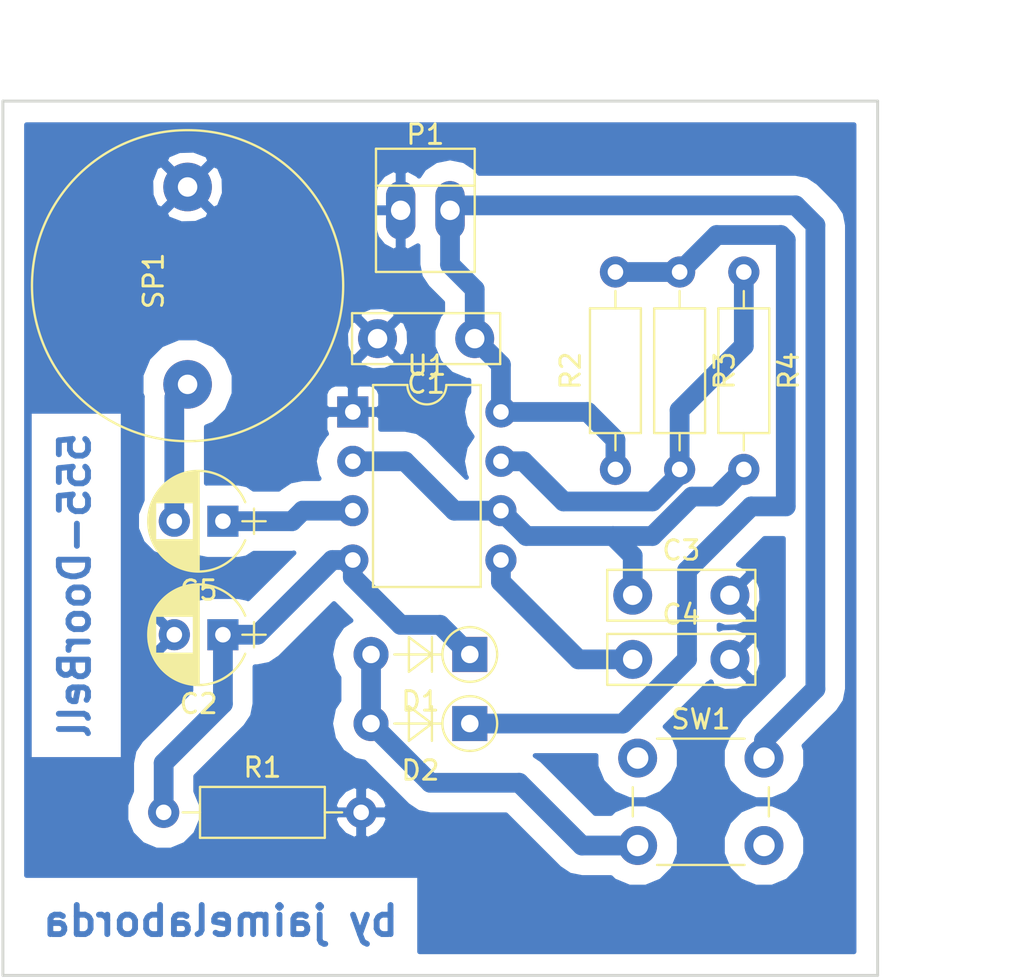
<source format=kicad_pcb>
(kicad_pcb (version 4) (host pcbnew 4.0.4-stable)

  (general
    (links 28)
    (no_connects 2)
    (area 119.924999 76.8 176.35 126.575001)
    (thickness 1.6)
    (drawings 8)
    (tracks 67)
    (zones 0)
    (modules 15)
    (nets 11)
  )

  (page A4)
  (title_block
    (title "555 DOORBELL")
    (date 2017-05-27)
    (rev v1)
    (company "JAIME LABORDA")
  )

  (layers
    (0 F.Cu signal hide)
    (31 B.Cu signal)
    (32 B.Adhes user)
    (33 F.Adhes user)
    (34 B.Paste user)
    (35 F.Paste user)
    (36 B.SilkS user)
    (37 F.SilkS user)
    (38 B.Mask user)
    (39 F.Mask user)
    (40 Dwgs.User user)
    (41 Cmts.User user)
    (42 Eco1.User user)
    (43 Eco2.User user)
    (44 Edge.Cuts user)
    (45 Margin user)
    (46 B.CrtYd user)
    (47 F.CrtYd user)
    (48 B.Fab user)
    (49 F.Fab user)
  )

  (setup
    (last_trace_width 1.016)
    (trace_clearance 0.2)
    (zone_clearance 1.016)
    (zone_45_only no)
    (trace_min 0.2)
    (segment_width 0.2)
    (edge_width 0.15)
    (via_size 0.6)
    (via_drill 0.4)
    (via_min_size 0.4)
    (via_min_drill 0.3)
    (uvia_size 0.3)
    (uvia_drill 0.1)
    (uvias_allowed no)
    (uvia_min_size 0.2)
    (uvia_min_drill 0.1)
    (pcb_text_width 0.3)
    (pcb_text_size 1.5 1.5)
    (mod_edge_width 0.15)
    (mod_text_size 1 1)
    (mod_text_width 0.15)
    (pad_size 1.524 1.524)
    (pad_drill 0.762)
    (pad_to_mask_clearance 0.2)
    (aux_axis_origin 0 0)
    (visible_elements 7FFFFFFF)
    (pcbplotparams
      (layerselection 0x01000_80000000)
      (usegerberextensions false)
      (excludeedgelayer true)
      (linewidth 0.050000)
      (plotframeref false)
      (viasonmask false)
      (mode 1)
      (useauxorigin false)
      (hpglpennumber 1)
      (hpglpenspeed 20)
      (hpglpendiameter 15)
      (hpglpenoverlay 2)
      (psnegative false)
      (psa4output false)
      (plotreference false)
      (plotvalue false)
      (plotinvisibletext false)
      (padsonsilk false)
      (subtractmaskfromsilk false)
      (outputformat 4)
      (mirror true)
      (drillshape 1)
      (scaleselection 1)
      (outputdirectory ""))
  )

  (net 0 "")
  (net 1 VCC)
  (net 2 GND)
  (net 3 "Net-(C2-Pad1)")
  (net 4 "Net-(C3-Pad1)")
  (net 5 "Net-(C4-Pad1)")
  (net 6 "Net-(C5-Pad1)")
  (net 7 "Net-(C5-Pad2)")
  (net 8 "Net-(D1-Pad2)")
  (net 9 "Net-(D2-Pad1)")
  (net 10 "Net-(R3-Pad2)")

  (net_class Default "This is the default net class."
    (clearance 0.2)
    (trace_width 1.016)
    (via_dia 0.6)
    (via_drill 0.4)
    (uvia_dia 0.3)
    (uvia_drill 0.1)
    (add_net GND)
    (add_net "Net-(C2-Pad1)")
    (add_net "Net-(C3-Pad1)")
    (add_net "Net-(C4-Pad1)")
    (add_net "Net-(C5-Pad1)")
    (add_net "Net-(C5-Pad2)")
    (add_net "Net-(D1-Pad2)")
    (add_net "Net-(D2-Pad1)")
    (add_net "Net-(R3-Pad2)")
    (add_net VCC)
  )

  (module Buzzers_Beepers:BUZZER (layer F.Cu) (tedit 0) (tstamp 5929ECD2)
    (at 129.5 91 90)
    (path /5929EF7A)
    (fp_text reference SP1 (at 0.24892 -1.75006 90) (layer F.SilkS)
      (effects (font (size 1 1) (thickness 0.15)))
    )
    (fp_text value SPEAKER (at 0 1.50114 90) (layer F.Fab)
      (effects (font (size 1 1) (thickness 0.15)))
    )
    (fp_circle (center 0 0) (end 8.001 0.24892) (layer F.SilkS) (width 0.12))
    (pad 2 thru_hole circle (at 5.08 0 90) (size 2.49936 2.49936) (drill 1.00076) (layers *.Cu *.Mask)
      (net 2 GND))
    (pad 1 thru_hole circle (at -5.08 0 90) (size 2.49936 2.49936) (drill 1.00076) (layers *.Cu *.Mask)
      (net 7 "Net-(C5-Pad2)"))
  )

  (module Capacitors_ThroughHole:C_Disc_D7.5mm_W2.5mm_P5.00mm (layer F.Cu) (tedit 5920C254) (tstamp 5929EB1C)
    (at 144.272 93.726 180)
    (descr "C, Disc series, Radial, pin pitch=5.00mm, , diameter*width=7.5*2.5mm^2, Capacitor, http://www.vishay.com/docs/28535/vy2series.pdf")
    (tags "C Disc series Radial pin pitch 5.00mm  diameter 7.5mm width 2.5mm Capacitor")
    (path /5929DFBF)
    (fp_text reference C1 (at 2.5 -2.31 180) (layer F.SilkS)
      (effects (font (size 1 1) (thickness 0.15)))
    )
    (fp_text value 10n (at 2.5 2.31 180) (layer F.Fab)
      (effects (font (size 1 1) (thickness 0.15)))
    )
    (fp_text user %R (at 2.5 0 180) (layer F.Fab)
      (effects (font (size 1 1) (thickness 0.15)))
    )
    (fp_line (start -1.25 -1.25) (end -1.25 1.25) (layer F.Fab) (width 0.1))
    (fp_line (start -1.25 1.25) (end 6.25 1.25) (layer F.Fab) (width 0.1))
    (fp_line (start 6.25 1.25) (end 6.25 -1.25) (layer F.Fab) (width 0.1))
    (fp_line (start 6.25 -1.25) (end -1.25 -1.25) (layer F.Fab) (width 0.1))
    (fp_line (start -1.31 -1.31) (end 6.31 -1.31) (layer F.SilkS) (width 0.12))
    (fp_line (start -1.31 1.31) (end 6.31 1.31) (layer F.SilkS) (width 0.12))
    (fp_line (start -1.31 -1.31) (end -1.31 1.31) (layer F.SilkS) (width 0.12))
    (fp_line (start 6.31 -1.31) (end 6.31 1.31) (layer F.SilkS) (width 0.12))
    (fp_line (start -1.6 -1.6) (end -1.6 1.6) (layer F.CrtYd) (width 0.05))
    (fp_line (start -1.6 1.6) (end 6.6 1.6) (layer F.CrtYd) (width 0.05))
    (fp_line (start 6.6 1.6) (end 6.6 -1.6) (layer F.CrtYd) (width 0.05))
    (fp_line (start 6.6 -1.6) (end -1.6 -1.6) (layer F.CrtYd) (width 0.05))
    (pad 1 thru_hole circle (at 0 0 180) (size 2 2) (drill 1) (layers *.Cu *.Mask)
      (net 1 VCC))
    (pad 2 thru_hole circle (at 5 0 180) (size 2 2) (drill 1) (layers *.Cu *.Mask)
      (net 2 GND))
    (model ${KISYS3DMOD}/Capacitors_THT.3dshapes/C_Disc_D7.5mm_W2.5mm_P5.00mm.wrl
      (at (xyz 0 0 0))
      (scale (xyz 0.393701 0.393701 0.393701))
      (rotate (xyz 0 0 0))
    )
  )

  (module Capacitors_ThroughHole:CP_Radial_D5.0mm_P2.50mm (layer F.Cu) (tedit 5920C257) (tstamp 5929EBA1)
    (at 131.318 108.966 180)
    (descr "CP, Radial series, Radial, pin pitch=2.50mm, , diameter=5mm, Electrolytic Capacitor")
    (tags "CP Radial series Radial pin pitch 2.50mm  diameter 5mm Electrolytic Capacitor")
    (path /5929E3FE)
    (fp_text reference C2 (at 1.25 -3.56 180) (layer F.SilkS)
      (effects (font (size 1 1) (thickness 0.15)))
    )
    (fp_text value 10u (at 1.25 3.56 180) (layer F.Fab)
      (effects (font (size 1 1) (thickness 0.15)))
    )
    (fp_text user %R (at 0.775 0 180) (layer F.Fab)
      (effects (font (size 1 1) (thickness 0.15)))
    )
    (fp_line (start -2.2 0) (end -1 0) (layer F.Fab) (width 0.1))
    (fp_line (start -1.6 -0.65) (end -1.6 0.65) (layer F.Fab) (width 0.1))
    (fp_line (start 1.25 -2.55) (end 1.25 2.55) (layer F.SilkS) (width 0.12))
    (fp_line (start 1.29 -2.55) (end 1.29 2.55) (layer F.SilkS) (width 0.12))
    (fp_line (start 1.33 -2.549) (end 1.33 2.549) (layer F.SilkS) (width 0.12))
    (fp_line (start 1.37 -2.548) (end 1.37 2.548) (layer F.SilkS) (width 0.12))
    (fp_line (start 1.41 -2.546) (end 1.41 2.546) (layer F.SilkS) (width 0.12))
    (fp_line (start 1.45 -2.543) (end 1.45 2.543) (layer F.SilkS) (width 0.12))
    (fp_line (start 1.49 -2.539) (end 1.49 2.539) (layer F.SilkS) (width 0.12))
    (fp_line (start 1.53 -2.535) (end 1.53 -0.98) (layer F.SilkS) (width 0.12))
    (fp_line (start 1.53 0.98) (end 1.53 2.535) (layer F.SilkS) (width 0.12))
    (fp_line (start 1.57 -2.531) (end 1.57 -0.98) (layer F.SilkS) (width 0.12))
    (fp_line (start 1.57 0.98) (end 1.57 2.531) (layer F.SilkS) (width 0.12))
    (fp_line (start 1.61 -2.525) (end 1.61 -0.98) (layer F.SilkS) (width 0.12))
    (fp_line (start 1.61 0.98) (end 1.61 2.525) (layer F.SilkS) (width 0.12))
    (fp_line (start 1.65 -2.519) (end 1.65 -0.98) (layer F.SilkS) (width 0.12))
    (fp_line (start 1.65 0.98) (end 1.65 2.519) (layer F.SilkS) (width 0.12))
    (fp_line (start 1.69 -2.513) (end 1.69 -0.98) (layer F.SilkS) (width 0.12))
    (fp_line (start 1.69 0.98) (end 1.69 2.513) (layer F.SilkS) (width 0.12))
    (fp_line (start 1.73 -2.506) (end 1.73 -0.98) (layer F.SilkS) (width 0.12))
    (fp_line (start 1.73 0.98) (end 1.73 2.506) (layer F.SilkS) (width 0.12))
    (fp_line (start 1.77 -2.498) (end 1.77 -0.98) (layer F.SilkS) (width 0.12))
    (fp_line (start 1.77 0.98) (end 1.77 2.498) (layer F.SilkS) (width 0.12))
    (fp_line (start 1.81 -2.489) (end 1.81 -0.98) (layer F.SilkS) (width 0.12))
    (fp_line (start 1.81 0.98) (end 1.81 2.489) (layer F.SilkS) (width 0.12))
    (fp_line (start 1.85 -2.48) (end 1.85 -0.98) (layer F.SilkS) (width 0.12))
    (fp_line (start 1.85 0.98) (end 1.85 2.48) (layer F.SilkS) (width 0.12))
    (fp_line (start 1.89 -2.47) (end 1.89 -0.98) (layer F.SilkS) (width 0.12))
    (fp_line (start 1.89 0.98) (end 1.89 2.47) (layer F.SilkS) (width 0.12))
    (fp_line (start 1.93 -2.46) (end 1.93 -0.98) (layer F.SilkS) (width 0.12))
    (fp_line (start 1.93 0.98) (end 1.93 2.46) (layer F.SilkS) (width 0.12))
    (fp_line (start 1.971 -2.448) (end 1.971 -0.98) (layer F.SilkS) (width 0.12))
    (fp_line (start 1.971 0.98) (end 1.971 2.448) (layer F.SilkS) (width 0.12))
    (fp_line (start 2.011 -2.436) (end 2.011 -0.98) (layer F.SilkS) (width 0.12))
    (fp_line (start 2.011 0.98) (end 2.011 2.436) (layer F.SilkS) (width 0.12))
    (fp_line (start 2.051 -2.424) (end 2.051 -0.98) (layer F.SilkS) (width 0.12))
    (fp_line (start 2.051 0.98) (end 2.051 2.424) (layer F.SilkS) (width 0.12))
    (fp_line (start 2.091 -2.41) (end 2.091 -0.98) (layer F.SilkS) (width 0.12))
    (fp_line (start 2.091 0.98) (end 2.091 2.41) (layer F.SilkS) (width 0.12))
    (fp_line (start 2.131 -2.396) (end 2.131 -0.98) (layer F.SilkS) (width 0.12))
    (fp_line (start 2.131 0.98) (end 2.131 2.396) (layer F.SilkS) (width 0.12))
    (fp_line (start 2.171 -2.382) (end 2.171 -0.98) (layer F.SilkS) (width 0.12))
    (fp_line (start 2.171 0.98) (end 2.171 2.382) (layer F.SilkS) (width 0.12))
    (fp_line (start 2.211 -2.366) (end 2.211 -0.98) (layer F.SilkS) (width 0.12))
    (fp_line (start 2.211 0.98) (end 2.211 2.366) (layer F.SilkS) (width 0.12))
    (fp_line (start 2.251 -2.35) (end 2.251 -0.98) (layer F.SilkS) (width 0.12))
    (fp_line (start 2.251 0.98) (end 2.251 2.35) (layer F.SilkS) (width 0.12))
    (fp_line (start 2.291 -2.333) (end 2.291 -0.98) (layer F.SilkS) (width 0.12))
    (fp_line (start 2.291 0.98) (end 2.291 2.333) (layer F.SilkS) (width 0.12))
    (fp_line (start 2.331 -2.315) (end 2.331 -0.98) (layer F.SilkS) (width 0.12))
    (fp_line (start 2.331 0.98) (end 2.331 2.315) (layer F.SilkS) (width 0.12))
    (fp_line (start 2.371 -2.296) (end 2.371 -0.98) (layer F.SilkS) (width 0.12))
    (fp_line (start 2.371 0.98) (end 2.371 2.296) (layer F.SilkS) (width 0.12))
    (fp_line (start 2.411 -2.276) (end 2.411 -0.98) (layer F.SilkS) (width 0.12))
    (fp_line (start 2.411 0.98) (end 2.411 2.276) (layer F.SilkS) (width 0.12))
    (fp_line (start 2.451 -2.256) (end 2.451 -0.98) (layer F.SilkS) (width 0.12))
    (fp_line (start 2.451 0.98) (end 2.451 2.256) (layer F.SilkS) (width 0.12))
    (fp_line (start 2.491 -2.234) (end 2.491 -0.98) (layer F.SilkS) (width 0.12))
    (fp_line (start 2.491 0.98) (end 2.491 2.234) (layer F.SilkS) (width 0.12))
    (fp_line (start 2.531 -2.212) (end 2.531 -0.98) (layer F.SilkS) (width 0.12))
    (fp_line (start 2.531 0.98) (end 2.531 2.212) (layer F.SilkS) (width 0.12))
    (fp_line (start 2.571 -2.189) (end 2.571 -0.98) (layer F.SilkS) (width 0.12))
    (fp_line (start 2.571 0.98) (end 2.571 2.189) (layer F.SilkS) (width 0.12))
    (fp_line (start 2.611 -2.165) (end 2.611 -0.98) (layer F.SilkS) (width 0.12))
    (fp_line (start 2.611 0.98) (end 2.611 2.165) (layer F.SilkS) (width 0.12))
    (fp_line (start 2.651 -2.14) (end 2.651 -0.98) (layer F.SilkS) (width 0.12))
    (fp_line (start 2.651 0.98) (end 2.651 2.14) (layer F.SilkS) (width 0.12))
    (fp_line (start 2.691 -2.113) (end 2.691 -0.98) (layer F.SilkS) (width 0.12))
    (fp_line (start 2.691 0.98) (end 2.691 2.113) (layer F.SilkS) (width 0.12))
    (fp_line (start 2.731 -2.086) (end 2.731 -0.98) (layer F.SilkS) (width 0.12))
    (fp_line (start 2.731 0.98) (end 2.731 2.086) (layer F.SilkS) (width 0.12))
    (fp_line (start 2.771 -2.058) (end 2.771 -0.98) (layer F.SilkS) (width 0.12))
    (fp_line (start 2.771 0.98) (end 2.771 2.058) (layer F.SilkS) (width 0.12))
    (fp_line (start 2.811 -2.028) (end 2.811 -0.98) (layer F.SilkS) (width 0.12))
    (fp_line (start 2.811 0.98) (end 2.811 2.028) (layer F.SilkS) (width 0.12))
    (fp_line (start 2.851 -1.997) (end 2.851 -0.98) (layer F.SilkS) (width 0.12))
    (fp_line (start 2.851 0.98) (end 2.851 1.997) (layer F.SilkS) (width 0.12))
    (fp_line (start 2.891 -1.965) (end 2.891 -0.98) (layer F.SilkS) (width 0.12))
    (fp_line (start 2.891 0.98) (end 2.891 1.965) (layer F.SilkS) (width 0.12))
    (fp_line (start 2.931 -1.932) (end 2.931 -0.98) (layer F.SilkS) (width 0.12))
    (fp_line (start 2.931 0.98) (end 2.931 1.932) (layer F.SilkS) (width 0.12))
    (fp_line (start 2.971 -1.897) (end 2.971 -0.98) (layer F.SilkS) (width 0.12))
    (fp_line (start 2.971 0.98) (end 2.971 1.897) (layer F.SilkS) (width 0.12))
    (fp_line (start 3.011 -1.861) (end 3.011 -0.98) (layer F.SilkS) (width 0.12))
    (fp_line (start 3.011 0.98) (end 3.011 1.861) (layer F.SilkS) (width 0.12))
    (fp_line (start 3.051 -1.823) (end 3.051 -0.98) (layer F.SilkS) (width 0.12))
    (fp_line (start 3.051 0.98) (end 3.051 1.823) (layer F.SilkS) (width 0.12))
    (fp_line (start 3.091 -1.783) (end 3.091 -0.98) (layer F.SilkS) (width 0.12))
    (fp_line (start 3.091 0.98) (end 3.091 1.783) (layer F.SilkS) (width 0.12))
    (fp_line (start 3.131 -1.742) (end 3.131 -0.98) (layer F.SilkS) (width 0.12))
    (fp_line (start 3.131 0.98) (end 3.131 1.742) (layer F.SilkS) (width 0.12))
    (fp_line (start 3.171 -1.699) (end 3.171 -0.98) (layer F.SilkS) (width 0.12))
    (fp_line (start 3.171 0.98) (end 3.171 1.699) (layer F.SilkS) (width 0.12))
    (fp_line (start 3.211 -1.654) (end 3.211 -0.98) (layer F.SilkS) (width 0.12))
    (fp_line (start 3.211 0.98) (end 3.211 1.654) (layer F.SilkS) (width 0.12))
    (fp_line (start 3.251 -1.606) (end 3.251 -0.98) (layer F.SilkS) (width 0.12))
    (fp_line (start 3.251 0.98) (end 3.251 1.606) (layer F.SilkS) (width 0.12))
    (fp_line (start 3.291 -1.556) (end 3.291 -0.98) (layer F.SilkS) (width 0.12))
    (fp_line (start 3.291 0.98) (end 3.291 1.556) (layer F.SilkS) (width 0.12))
    (fp_line (start 3.331 -1.504) (end 3.331 -0.98) (layer F.SilkS) (width 0.12))
    (fp_line (start 3.331 0.98) (end 3.331 1.504) (layer F.SilkS) (width 0.12))
    (fp_line (start 3.371 -1.448) (end 3.371 -0.98) (layer F.SilkS) (width 0.12))
    (fp_line (start 3.371 0.98) (end 3.371 1.448) (layer F.SilkS) (width 0.12))
    (fp_line (start 3.411 -1.39) (end 3.411 -0.98) (layer F.SilkS) (width 0.12))
    (fp_line (start 3.411 0.98) (end 3.411 1.39) (layer F.SilkS) (width 0.12))
    (fp_line (start 3.451 -1.327) (end 3.451 -0.98) (layer F.SilkS) (width 0.12))
    (fp_line (start 3.451 0.98) (end 3.451 1.327) (layer F.SilkS) (width 0.12))
    (fp_line (start 3.491 -1.261) (end 3.491 1.261) (layer F.SilkS) (width 0.12))
    (fp_line (start 3.531 -1.189) (end 3.531 1.189) (layer F.SilkS) (width 0.12))
    (fp_line (start 3.571 -1.112) (end 3.571 1.112) (layer F.SilkS) (width 0.12))
    (fp_line (start 3.611 -1.028) (end 3.611 1.028) (layer F.SilkS) (width 0.12))
    (fp_line (start 3.651 -0.934) (end 3.651 0.934) (layer F.SilkS) (width 0.12))
    (fp_line (start 3.691 -0.829) (end 3.691 0.829) (layer F.SilkS) (width 0.12))
    (fp_line (start 3.731 -0.707) (end 3.731 0.707) (layer F.SilkS) (width 0.12))
    (fp_line (start 3.771 -0.559) (end 3.771 0.559) (layer F.SilkS) (width 0.12))
    (fp_line (start 3.811 -0.354) (end 3.811 0.354) (layer F.SilkS) (width 0.12))
    (fp_line (start -2.2 0) (end -1 0) (layer F.SilkS) (width 0.12))
    (fp_line (start -1.6 -0.65) (end -1.6 0.65) (layer F.SilkS) (width 0.12))
    (fp_line (start -1.6 -2.85) (end -1.6 2.85) (layer F.CrtYd) (width 0.05))
    (fp_line (start -1.6 2.85) (end 4.1 2.85) (layer F.CrtYd) (width 0.05))
    (fp_line (start 4.1 2.85) (end 4.1 -2.85) (layer F.CrtYd) (width 0.05))
    (fp_line (start 4.1 -2.85) (end -1.6 -2.85) (layer F.CrtYd) (width 0.05))
    (fp_circle (center 1.25 0) (end 3.75 0) (layer F.Fab) (width 0.1))
    (fp_arc (start 1.25 0) (end -1.147436 -0.98) (angle 135.5) (layer F.SilkS) (width 0.12))
    (fp_arc (start 1.25 0) (end -1.147436 0.98) (angle -135.5) (layer F.SilkS) (width 0.12))
    (fp_arc (start 1.25 0) (end 3.647436 -0.98) (angle 44.5) (layer F.SilkS) (width 0.12))
    (pad 1 thru_hole rect (at 0 0 180) (size 1.6 1.6) (drill 0.8) (layers *.Cu *.Mask)
      (net 3 "Net-(C2-Pad1)"))
    (pad 2 thru_hole circle (at 2.5 0 180) (size 1.6 1.6) (drill 0.8) (layers *.Cu *.Mask)
      (net 2 GND))
    (model ${KISYS3DMOD}/Capacitors_THT.3dshapes/CP_Radial_D5.0mm_P2.50mm.wrl
      (at (xyz 0 0 0))
      (scale (xyz 0.393701 0.393701 0.393701))
      (rotate (xyz 0 0 0))
    )
  )

  (module Capacitors_ThroughHole:C_Disc_D7.5mm_W2.5mm_P5.00mm (layer F.Cu) (tedit 5920C254) (tstamp 5929EBB4)
    (at 152.4 106.934)
    (descr "C, Disc series, Radial, pin pitch=5.00mm, , diameter*width=7.5*2.5mm^2, Capacitor, http://www.vishay.com/docs/28535/vy2series.pdf")
    (tags "C Disc series Radial pin pitch 5.00mm  diameter 7.5mm width 2.5mm Capacitor")
    (path /5929E7B9)
    (fp_text reference C3 (at 2.5 -2.31) (layer F.SilkS)
      (effects (font (size 1 1) (thickness 0.15)))
    )
    (fp_text value 10n (at 2.5 2.31) (layer F.Fab)
      (effects (font (size 1 1) (thickness 0.15)))
    )
    (fp_text user %R (at 2.5 0) (layer F.Fab)
      (effects (font (size 1 1) (thickness 0.15)))
    )
    (fp_line (start -1.25 -1.25) (end -1.25 1.25) (layer F.Fab) (width 0.1))
    (fp_line (start -1.25 1.25) (end 6.25 1.25) (layer F.Fab) (width 0.1))
    (fp_line (start 6.25 1.25) (end 6.25 -1.25) (layer F.Fab) (width 0.1))
    (fp_line (start 6.25 -1.25) (end -1.25 -1.25) (layer F.Fab) (width 0.1))
    (fp_line (start -1.31 -1.31) (end 6.31 -1.31) (layer F.SilkS) (width 0.12))
    (fp_line (start -1.31 1.31) (end 6.31 1.31) (layer F.SilkS) (width 0.12))
    (fp_line (start -1.31 -1.31) (end -1.31 1.31) (layer F.SilkS) (width 0.12))
    (fp_line (start 6.31 -1.31) (end 6.31 1.31) (layer F.SilkS) (width 0.12))
    (fp_line (start -1.6 -1.6) (end -1.6 1.6) (layer F.CrtYd) (width 0.05))
    (fp_line (start -1.6 1.6) (end 6.6 1.6) (layer F.CrtYd) (width 0.05))
    (fp_line (start 6.6 1.6) (end 6.6 -1.6) (layer F.CrtYd) (width 0.05))
    (fp_line (start 6.6 -1.6) (end -1.6 -1.6) (layer F.CrtYd) (width 0.05))
    (pad 1 thru_hole circle (at 0 0) (size 2 2) (drill 1) (layers *.Cu *.Mask)
      (net 4 "Net-(C3-Pad1)"))
    (pad 2 thru_hole circle (at 5 0) (size 2 2) (drill 1) (layers *.Cu *.Mask)
      (net 2 GND))
    (model ${KISYS3DMOD}/Capacitors_THT.3dshapes/C_Disc_D7.5mm_W2.5mm_P5.00mm.wrl
      (at (xyz 0 0 0))
      (scale (xyz 0.393701 0.393701 0.393701))
      (rotate (xyz 0 0 0))
    )
  )

  (module Capacitors_ThroughHole:C_Disc_D7.5mm_W2.5mm_P5.00mm (layer F.Cu) (tedit 5920C254) (tstamp 5929EBC7)
    (at 152.4 110.236)
    (descr "C, Disc series, Radial, pin pitch=5.00mm, , diameter*width=7.5*2.5mm^2, Capacitor, http://www.vishay.com/docs/28535/vy2series.pdf")
    (tags "C Disc series Radial pin pitch 5.00mm  diameter 7.5mm width 2.5mm Capacitor")
    (path /592A7EA0)
    (fp_text reference C4 (at 2.5 -2.31) (layer F.SilkS)
      (effects (font (size 1 1) (thickness 0.15)))
    )
    (fp_text value 10n (at 2.5 2.31) (layer F.Fab)
      (effects (font (size 1 1) (thickness 0.15)))
    )
    (fp_text user %R (at 2.5 0) (layer F.Fab)
      (effects (font (size 1 1) (thickness 0.15)))
    )
    (fp_line (start -1.25 -1.25) (end -1.25 1.25) (layer F.Fab) (width 0.1))
    (fp_line (start -1.25 1.25) (end 6.25 1.25) (layer F.Fab) (width 0.1))
    (fp_line (start 6.25 1.25) (end 6.25 -1.25) (layer F.Fab) (width 0.1))
    (fp_line (start 6.25 -1.25) (end -1.25 -1.25) (layer F.Fab) (width 0.1))
    (fp_line (start -1.31 -1.31) (end 6.31 -1.31) (layer F.SilkS) (width 0.12))
    (fp_line (start -1.31 1.31) (end 6.31 1.31) (layer F.SilkS) (width 0.12))
    (fp_line (start -1.31 -1.31) (end -1.31 1.31) (layer F.SilkS) (width 0.12))
    (fp_line (start 6.31 -1.31) (end 6.31 1.31) (layer F.SilkS) (width 0.12))
    (fp_line (start -1.6 -1.6) (end -1.6 1.6) (layer F.CrtYd) (width 0.05))
    (fp_line (start -1.6 1.6) (end 6.6 1.6) (layer F.CrtYd) (width 0.05))
    (fp_line (start 6.6 1.6) (end 6.6 -1.6) (layer F.CrtYd) (width 0.05))
    (fp_line (start 6.6 -1.6) (end -1.6 -1.6) (layer F.CrtYd) (width 0.05))
    (pad 1 thru_hole circle (at 0 0) (size 2 2) (drill 1) (layers *.Cu *.Mask)
      (net 5 "Net-(C4-Pad1)"))
    (pad 2 thru_hole circle (at 5 0) (size 2 2) (drill 1) (layers *.Cu *.Mask)
      (net 2 GND))
    (model ${KISYS3DMOD}/Capacitors_THT.3dshapes/C_Disc_D7.5mm_W2.5mm_P5.00mm.wrl
      (at (xyz 0 0 0))
      (scale (xyz 0.393701 0.393701 0.393701))
      (rotate (xyz 0 0 0))
    )
  )

  (module Capacitors_ThroughHole:CP_Radial_D5.0mm_P2.50mm (layer F.Cu) (tedit 5920C257) (tstamp 5929EC4C)
    (at 131.318 103.124 180)
    (descr "CP, Radial series, Radial, pin pitch=2.50mm, , diameter=5mm, Electrolytic Capacitor")
    (tags "CP Radial series Radial pin pitch 2.50mm  diameter 5mm Electrolytic Capacitor")
    (path /5929EF21)
    (fp_text reference C5 (at 1.25 -3.56 180) (layer F.SilkS)
      (effects (font (size 1 1) (thickness 0.15)))
    )
    (fp_text value 10u (at 1.25 3.56 180) (layer F.Fab)
      (effects (font (size 1 1) (thickness 0.15)))
    )
    (fp_text user %R (at 0.775 0 180) (layer F.Fab)
      (effects (font (size 1 1) (thickness 0.15)))
    )
    (fp_line (start -2.2 0) (end -1 0) (layer F.Fab) (width 0.1))
    (fp_line (start -1.6 -0.65) (end -1.6 0.65) (layer F.Fab) (width 0.1))
    (fp_line (start 1.25 -2.55) (end 1.25 2.55) (layer F.SilkS) (width 0.12))
    (fp_line (start 1.29 -2.55) (end 1.29 2.55) (layer F.SilkS) (width 0.12))
    (fp_line (start 1.33 -2.549) (end 1.33 2.549) (layer F.SilkS) (width 0.12))
    (fp_line (start 1.37 -2.548) (end 1.37 2.548) (layer F.SilkS) (width 0.12))
    (fp_line (start 1.41 -2.546) (end 1.41 2.546) (layer F.SilkS) (width 0.12))
    (fp_line (start 1.45 -2.543) (end 1.45 2.543) (layer F.SilkS) (width 0.12))
    (fp_line (start 1.49 -2.539) (end 1.49 2.539) (layer F.SilkS) (width 0.12))
    (fp_line (start 1.53 -2.535) (end 1.53 -0.98) (layer F.SilkS) (width 0.12))
    (fp_line (start 1.53 0.98) (end 1.53 2.535) (layer F.SilkS) (width 0.12))
    (fp_line (start 1.57 -2.531) (end 1.57 -0.98) (layer F.SilkS) (width 0.12))
    (fp_line (start 1.57 0.98) (end 1.57 2.531) (layer F.SilkS) (width 0.12))
    (fp_line (start 1.61 -2.525) (end 1.61 -0.98) (layer F.SilkS) (width 0.12))
    (fp_line (start 1.61 0.98) (end 1.61 2.525) (layer F.SilkS) (width 0.12))
    (fp_line (start 1.65 -2.519) (end 1.65 -0.98) (layer F.SilkS) (width 0.12))
    (fp_line (start 1.65 0.98) (end 1.65 2.519) (layer F.SilkS) (width 0.12))
    (fp_line (start 1.69 -2.513) (end 1.69 -0.98) (layer F.SilkS) (width 0.12))
    (fp_line (start 1.69 0.98) (end 1.69 2.513) (layer F.SilkS) (width 0.12))
    (fp_line (start 1.73 -2.506) (end 1.73 -0.98) (layer F.SilkS) (width 0.12))
    (fp_line (start 1.73 0.98) (end 1.73 2.506) (layer F.SilkS) (width 0.12))
    (fp_line (start 1.77 -2.498) (end 1.77 -0.98) (layer F.SilkS) (width 0.12))
    (fp_line (start 1.77 0.98) (end 1.77 2.498) (layer F.SilkS) (width 0.12))
    (fp_line (start 1.81 -2.489) (end 1.81 -0.98) (layer F.SilkS) (width 0.12))
    (fp_line (start 1.81 0.98) (end 1.81 2.489) (layer F.SilkS) (width 0.12))
    (fp_line (start 1.85 -2.48) (end 1.85 -0.98) (layer F.SilkS) (width 0.12))
    (fp_line (start 1.85 0.98) (end 1.85 2.48) (layer F.SilkS) (width 0.12))
    (fp_line (start 1.89 -2.47) (end 1.89 -0.98) (layer F.SilkS) (width 0.12))
    (fp_line (start 1.89 0.98) (end 1.89 2.47) (layer F.SilkS) (width 0.12))
    (fp_line (start 1.93 -2.46) (end 1.93 -0.98) (layer F.SilkS) (width 0.12))
    (fp_line (start 1.93 0.98) (end 1.93 2.46) (layer F.SilkS) (width 0.12))
    (fp_line (start 1.971 -2.448) (end 1.971 -0.98) (layer F.SilkS) (width 0.12))
    (fp_line (start 1.971 0.98) (end 1.971 2.448) (layer F.SilkS) (width 0.12))
    (fp_line (start 2.011 -2.436) (end 2.011 -0.98) (layer F.SilkS) (width 0.12))
    (fp_line (start 2.011 0.98) (end 2.011 2.436) (layer F.SilkS) (width 0.12))
    (fp_line (start 2.051 -2.424) (end 2.051 -0.98) (layer F.SilkS) (width 0.12))
    (fp_line (start 2.051 0.98) (end 2.051 2.424) (layer F.SilkS) (width 0.12))
    (fp_line (start 2.091 -2.41) (end 2.091 -0.98) (layer F.SilkS) (width 0.12))
    (fp_line (start 2.091 0.98) (end 2.091 2.41) (layer F.SilkS) (width 0.12))
    (fp_line (start 2.131 -2.396) (end 2.131 -0.98) (layer F.SilkS) (width 0.12))
    (fp_line (start 2.131 0.98) (end 2.131 2.396) (layer F.SilkS) (width 0.12))
    (fp_line (start 2.171 -2.382) (end 2.171 -0.98) (layer F.SilkS) (width 0.12))
    (fp_line (start 2.171 0.98) (end 2.171 2.382) (layer F.SilkS) (width 0.12))
    (fp_line (start 2.211 -2.366) (end 2.211 -0.98) (layer F.SilkS) (width 0.12))
    (fp_line (start 2.211 0.98) (end 2.211 2.366) (layer F.SilkS) (width 0.12))
    (fp_line (start 2.251 -2.35) (end 2.251 -0.98) (layer F.SilkS) (width 0.12))
    (fp_line (start 2.251 0.98) (end 2.251 2.35) (layer F.SilkS) (width 0.12))
    (fp_line (start 2.291 -2.333) (end 2.291 -0.98) (layer F.SilkS) (width 0.12))
    (fp_line (start 2.291 0.98) (end 2.291 2.333) (layer F.SilkS) (width 0.12))
    (fp_line (start 2.331 -2.315) (end 2.331 -0.98) (layer F.SilkS) (width 0.12))
    (fp_line (start 2.331 0.98) (end 2.331 2.315) (layer F.SilkS) (width 0.12))
    (fp_line (start 2.371 -2.296) (end 2.371 -0.98) (layer F.SilkS) (width 0.12))
    (fp_line (start 2.371 0.98) (end 2.371 2.296) (layer F.SilkS) (width 0.12))
    (fp_line (start 2.411 -2.276) (end 2.411 -0.98) (layer F.SilkS) (width 0.12))
    (fp_line (start 2.411 0.98) (end 2.411 2.276) (layer F.SilkS) (width 0.12))
    (fp_line (start 2.451 -2.256) (end 2.451 -0.98) (layer F.SilkS) (width 0.12))
    (fp_line (start 2.451 0.98) (end 2.451 2.256) (layer F.SilkS) (width 0.12))
    (fp_line (start 2.491 -2.234) (end 2.491 -0.98) (layer F.SilkS) (width 0.12))
    (fp_line (start 2.491 0.98) (end 2.491 2.234) (layer F.SilkS) (width 0.12))
    (fp_line (start 2.531 -2.212) (end 2.531 -0.98) (layer F.SilkS) (width 0.12))
    (fp_line (start 2.531 0.98) (end 2.531 2.212) (layer F.SilkS) (width 0.12))
    (fp_line (start 2.571 -2.189) (end 2.571 -0.98) (layer F.SilkS) (width 0.12))
    (fp_line (start 2.571 0.98) (end 2.571 2.189) (layer F.SilkS) (width 0.12))
    (fp_line (start 2.611 -2.165) (end 2.611 -0.98) (layer F.SilkS) (width 0.12))
    (fp_line (start 2.611 0.98) (end 2.611 2.165) (layer F.SilkS) (width 0.12))
    (fp_line (start 2.651 -2.14) (end 2.651 -0.98) (layer F.SilkS) (width 0.12))
    (fp_line (start 2.651 0.98) (end 2.651 2.14) (layer F.SilkS) (width 0.12))
    (fp_line (start 2.691 -2.113) (end 2.691 -0.98) (layer F.SilkS) (width 0.12))
    (fp_line (start 2.691 0.98) (end 2.691 2.113) (layer F.SilkS) (width 0.12))
    (fp_line (start 2.731 -2.086) (end 2.731 -0.98) (layer F.SilkS) (width 0.12))
    (fp_line (start 2.731 0.98) (end 2.731 2.086) (layer F.SilkS) (width 0.12))
    (fp_line (start 2.771 -2.058) (end 2.771 -0.98) (layer F.SilkS) (width 0.12))
    (fp_line (start 2.771 0.98) (end 2.771 2.058) (layer F.SilkS) (width 0.12))
    (fp_line (start 2.811 -2.028) (end 2.811 -0.98) (layer F.SilkS) (width 0.12))
    (fp_line (start 2.811 0.98) (end 2.811 2.028) (layer F.SilkS) (width 0.12))
    (fp_line (start 2.851 -1.997) (end 2.851 -0.98) (layer F.SilkS) (width 0.12))
    (fp_line (start 2.851 0.98) (end 2.851 1.997) (layer F.SilkS) (width 0.12))
    (fp_line (start 2.891 -1.965) (end 2.891 -0.98) (layer F.SilkS) (width 0.12))
    (fp_line (start 2.891 0.98) (end 2.891 1.965) (layer F.SilkS) (width 0.12))
    (fp_line (start 2.931 -1.932) (end 2.931 -0.98) (layer F.SilkS) (width 0.12))
    (fp_line (start 2.931 0.98) (end 2.931 1.932) (layer F.SilkS) (width 0.12))
    (fp_line (start 2.971 -1.897) (end 2.971 -0.98) (layer F.SilkS) (width 0.12))
    (fp_line (start 2.971 0.98) (end 2.971 1.897) (layer F.SilkS) (width 0.12))
    (fp_line (start 3.011 -1.861) (end 3.011 -0.98) (layer F.SilkS) (width 0.12))
    (fp_line (start 3.011 0.98) (end 3.011 1.861) (layer F.SilkS) (width 0.12))
    (fp_line (start 3.051 -1.823) (end 3.051 -0.98) (layer F.SilkS) (width 0.12))
    (fp_line (start 3.051 0.98) (end 3.051 1.823) (layer F.SilkS) (width 0.12))
    (fp_line (start 3.091 -1.783) (end 3.091 -0.98) (layer F.SilkS) (width 0.12))
    (fp_line (start 3.091 0.98) (end 3.091 1.783) (layer F.SilkS) (width 0.12))
    (fp_line (start 3.131 -1.742) (end 3.131 -0.98) (layer F.SilkS) (width 0.12))
    (fp_line (start 3.131 0.98) (end 3.131 1.742) (layer F.SilkS) (width 0.12))
    (fp_line (start 3.171 -1.699) (end 3.171 -0.98) (layer F.SilkS) (width 0.12))
    (fp_line (start 3.171 0.98) (end 3.171 1.699) (layer F.SilkS) (width 0.12))
    (fp_line (start 3.211 -1.654) (end 3.211 -0.98) (layer F.SilkS) (width 0.12))
    (fp_line (start 3.211 0.98) (end 3.211 1.654) (layer F.SilkS) (width 0.12))
    (fp_line (start 3.251 -1.606) (end 3.251 -0.98) (layer F.SilkS) (width 0.12))
    (fp_line (start 3.251 0.98) (end 3.251 1.606) (layer F.SilkS) (width 0.12))
    (fp_line (start 3.291 -1.556) (end 3.291 -0.98) (layer F.SilkS) (width 0.12))
    (fp_line (start 3.291 0.98) (end 3.291 1.556) (layer F.SilkS) (width 0.12))
    (fp_line (start 3.331 -1.504) (end 3.331 -0.98) (layer F.SilkS) (width 0.12))
    (fp_line (start 3.331 0.98) (end 3.331 1.504) (layer F.SilkS) (width 0.12))
    (fp_line (start 3.371 -1.448) (end 3.371 -0.98) (layer F.SilkS) (width 0.12))
    (fp_line (start 3.371 0.98) (end 3.371 1.448) (layer F.SilkS) (width 0.12))
    (fp_line (start 3.411 -1.39) (end 3.411 -0.98) (layer F.SilkS) (width 0.12))
    (fp_line (start 3.411 0.98) (end 3.411 1.39) (layer F.SilkS) (width 0.12))
    (fp_line (start 3.451 -1.327) (end 3.451 -0.98) (layer F.SilkS) (width 0.12))
    (fp_line (start 3.451 0.98) (end 3.451 1.327) (layer F.SilkS) (width 0.12))
    (fp_line (start 3.491 -1.261) (end 3.491 1.261) (layer F.SilkS) (width 0.12))
    (fp_line (start 3.531 -1.189) (end 3.531 1.189) (layer F.SilkS) (width 0.12))
    (fp_line (start 3.571 -1.112) (end 3.571 1.112) (layer F.SilkS) (width 0.12))
    (fp_line (start 3.611 -1.028) (end 3.611 1.028) (layer F.SilkS) (width 0.12))
    (fp_line (start 3.651 -0.934) (end 3.651 0.934) (layer F.SilkS) (width 0.12))
    (fp_line (start 3.691 -0.829) (end 3.691 0.829) (layer F.SilkS) (width 0.12))
    (fp_line (start 3.731 -0.707) (end 3.731 0.707) (layer F.SilkS) (width 0.12))
    (fp_line (start 3.771 -0.559) (end 3.771 0.559) (layer F.SilkS) (width 0.12))
    (fp_line (start 3.811 -0.354) (end 3.811 0.354) (layer F.SilkS) (width 0.12))
    (fp_line (start -2.2 0) (end -1 0) (layer F.SilkS) (width 0.12))
    (fp_line (start -1.6 -0.65) (end -1.6 0.65) (layer F.SilkS) (width 0.12))
    (fp_line (start -1.6 -2.85) (end -1.6 2.85) (layer F.CrtYd) (width 0.05))
    (fp_line (start -1.6 2.85) (end 4.1 2.85) (layer F.CrtYd) (width 0.05))
    (fp_line (start 4.1 2.85) (end 4.1 -2.85) (layer F.CrtYd) (width 0.05))
    (fp_line (start 4.1 -2.85) (end -1.6 -2.85) (layer F.CrtYd) (width 0.05))
    (fp_circle (center 1.25 0) (end 3.75 0) (layer F.Fab) (width 0.1))
    (fp_arc (start 1.25 0) (end -1.147436 -0.98) (angle 135.5) (layer F.SilkS) (width 0.12))
    (fp_arc (start 1.25 0) (end -1.147436 0.98) (angle -135.5) (layer F.SilkS) (width 0.12))
    (fp_arc (start 1.25 0) (end 3.647436 -0.98) (angle 44.5) (layer F.SilkS) (width 0.12))
    (pad 1 thru_hole rect (at 0 0 180) (size 1.6 1.6) (drill 0.8) (layers *.Cu *.Mask)
      (net 6 "Net-(C5-Pad1)"))
    (pad 2 thru_hole circle (at 2.5 0 180) (size 1.6 1.6) (drill 0.8) (layers *.Cu *.Mask)
      (net 7 "Net-(C5-Pad2)"))
    (model ${KISYS3DMOD}/Capacitors_THT.3dshapes/CP_Radial_D5.0mm_P2.50mm.wrl
      (at (xyz 0 0 0))
      (scale (xyz 0.393701 0.393701 0.393701))
      (rotate (xyz 0 0 0))
    )
  )

  (module Diodes_ThroughHole:D_A-405_P5.08mm_Vertical_AnodeUp (layer F.Cu) (tedit 5921392E) (tstamp 5929EC60)
    (at 144.018 109.982 180)
    (descr "D, A-405 series, Axial, Vertical, pin pitch=5.08mm, , length*diameter=5.2*2.7mm^2, , http://www.diodes.com/_files/packages/A-405.pdf")
    (tags "D A-405 series Axial Vertical pin pitch 5.08mm  length 5.2mm diameter 2.7mm")
    (path /5929E2FB)
    (fp_text reference D1 (at 2.54 -2.41 180) (layer F.SilkS)
      (effects (font (size 1 1) (thickness 0.15)))
    )
    (fp_text value 1N4148 (at 2.54 2.41 180) (layer F.Fab)
      (effects (font (size 1 1) (thickness 0.15)))
    )
    (fp_text user K (at -2.11 0 180) (layer F.Fab)
      (effects (font (size 1 1) (thickness 0.15)))
    )
    (fp_text user %R (at 2.54 0 180) (layer F.Fab)
      (effects (font (size 1 1) (thickness 0.15)))
    )
    (fp_line (start 0 0) (end 5.08 0) (layer F.Fab) (width 0.1))
    (fp_line (start 1.41 0) (end 3.88 0) (layer F.SilkS) (width 0.12))
    (fp_line (start 1.947333 -0.889) (end 1.947333 0.889) (layer F.SilkS) (width 0.12))
    (fp_line (start 1.947333 0) (end 3.132667 -0.889) (layer F.SilkS) (width 0.12))
    (fp_line (start 3.132667 -0.889) (end 3.132667 0.889) (layer F.SilkS) (width 0.12))
    (fp_line (start 3.132667 0.889) (end 1.947333 0) (layer F.SilkS) (width 0.12))
    (fp_line (start -1.7 -1.7) (end -1.7 1.7) (layer F.CrtYd) (width 0.05))
    (fp_line (start -1.7 1.7) (end 6.3 1.7) (layer F.CrtYd) (width 0.05))
    (fp_line (start 6.3 1.7) (end 6.3 -1.7) (layer F.CrtYd) (width 0.05))
    (fp_line (start 6.3 -1.7) (end -1.7 -1.7) (layer F.CrtYd) (width 0.05))
    (fp_circle (center 0 0) (end 1.35 0) (layer F.Fab) (width 0.1))
    (fp_circle (center 0 0) (end 1.41 0) (layer F.SilkS) (width 0.12))
    (pad 1 thru_hole rect (at 0 0 180) (size 1.8 1.8) (drill 0.9) (layers *.Cu *.Mask)
      (net 3 "Net-(C2-Pad1)"))
    (pad 2 thru_hole oval (at 5.08 0 180) (size 1.8 1.8) (drill 0.9) (layers *.Cu *.Mask)
      (net 8 "Net-(D1-Pad2)"))
    (model ${KISYS3DMOD}/Diodes_THT.3dshapes/D_A-405_P5.08mm_Vertical_AnodeUp.wrl
      (at (xyz 0 0 0))
      (scale (xyz 0.393701 0.393701 0.393701))
      (rotate (xyz 0 0 0))
    )
  )

  (module Diodes_ThroughHole:D_A-405_P5.08mm_Vertical_AnodeUp (layer F.Cu) (tedit 5921392E) (tstamp 5929EC74)
    (at 144.018 113.538 180)
    (descr "D, A-405 series, Axial, Vertical, pin pitch=5.08mm, , length*diameter=5.2*2.7mm^2, , http://www.diodes.com/_files/packages/A-405.pdf")
    (tags "D A-405 series Axial Vertical pin pitch 5.08mm  length 5.2mm diameter 2.7mm")
    (path /5929E124)
    (fp_text reference D2 (at 2.54 -2.41 180) (layer F.SilkS)
      (effects (font (size 1 1) (thickness 0.15)))
    )
    (fp_text value 1N4148 (at 2.54 2.41 180) (layer F.Fab)
      (effects (font (size 1 1) (thickness 0.15)))
    )
    (fp_text user K (at -2.11 0 180) (layer F.Fab)
      (effects (font (size 1 1) (thickness 0.15)))
    )
    (fp_text user %R (at 2.54 0 180) (layer F.Fab)
      (effects (font (size 1 1) (thickness 0.15)))
    )
    (fp_line (start 0 0) (end 5.08 0) (layer F.Fab) (width 0.1))
    (fp_line (start 1.41 0) (end 3.88 0) (layer F.SilkS) (width 0.12))
    (fp_line (start 1.947333 -0.889) (end 1.947333 0.889) (layer F.SilkS) (width 0.12))
    (fp_line (start 1.947333 0) (end 3.132667 -0.889) (layer F.SilkS) (width 0.12))
    (fp_line (start 3.132667 -0.889) (end 3.132667 0.889) (layer F.SilkS) (width 0.12))
    (fp_line (start 3.132667 0.889) (end 1.947333 0) (layer F.SilkS) (width 0.12))
    (fp_line (start -1.7 -1.7) (end -1.7 1.7) (layer F.CrtYd) (width 0.05))
    (fp_line (start -1.7 1.7) (end 6.3 1.7) (layer F.CrtYd) (width 0.05))
    (fp_line (start 6.3 1.7) (end 6.3 -1.7) (layer F.CrtYd) (width 0.05))
    (fp_line (start 6.3 -1.7) (end -1.7 -1.7) (layer F.CrtYd) (width 0.05))
    (fp_circle (center 0 0) (end 1.35 0) (layer F.Fab) (width 0.1))
    (fp_circle (center 0 0) (end 1.41 0) (layer F.SilkS) (width 0.12))
    (pad 1 thru_hole rect (at 0 0 180) (size 1.8 1.8) (drill 0.9) (layers *.Cu *.Mask)
      (net 9 "Net-(D2-Pad1)"))
    (pad 2 thru_hole oval (at 5.08 0 180) (size 1.8 1.8) (drill 0.9) (layers *.Cu *.Mask)
      (net 8 "Net-(D1-Pad2)"))
    (model ${KISYS3DMOD}/Diodes_THT.3dshapes/D_A-405_P5.08mm_Vertical_AnodeUp.wrl
      (at (xyz 0 0 0))
      (scale (xyz 0.393701 0.393701 0.393701))
      (rotate (xyz 0 0 0))
    )
  )

  (module Resistors_ThroughHole:R_Axial_DIN0207_L6.3mm_D2.5mm_P10.16mm_Horizontal (layer F.Cu) (tedit 5874F706) (tstamp 5929EC8A)
    (at 128.27 118.11)
    (descr "Resistor, Axial_DIN0207 series, Axial, Horizontal, pin pitch=10.16mm, 0.25W = 1/4W, length*diameter=6.3*2.5mm^2, http://cdn-reichelt.de/documents/datenblatt/B400/1_4W%23YAG.pdf")
    (tags "Resistor Axial_DIN0207 series Axial Horizontal pin pitch 10.16mm 0.25W = 1/4W length 6.3mm diameter 2.5mm")
    (path /5929E48A)
    (fp_text reference R1 (at 5.08 -2.31) (layer F.SilkS)
      (effects (font (size 1 1) (thickness 0.15)))
    )
    (fp_text value 47k (at 5.08 2.31) (layer F.Fab)
      (effects (font (size 1 1) (thickness 0.15)))
    )
    (fp_line (start 1.93 -1.25) (end 1.93 1.25) (layer F.Fab) (width 0.1))
    (fp_line (start 1.93 1.25) (end 8.23 1.25) (layer F.Fab) (width 0.1))
    (fp_line (start 8.23 1.25) (end 8.23 -1.25) (layer F.Fab) (width 0.1))
    (fp_line (start 8.23 -1.25) (end 1.93 -1.25) (layer F.Fab) (width 0.1))
    (fp_line (start 0 0) (end 1.93 0) (layer F.Fab) (width 0.1))
    (fp_line (start 10.16 0) (end 8.23 0) (layer F.Fab) (width 0.1))
    (fp_line (start 1.87 -1.31) (end 1.87 1.31) (layer F.SilkS) (width 0.12))
    (fp_line (start 1.87 1.31) (end 8.29 1.31) (layer F.SilkS) (width 0.12))
    (fp_line (start 8.29 1.31) (end 8.29 -1.31) (layer F.SilkS) (width 0.12))
    (fp_line (start 8.29 -1.31) (end 1.87 -1.31) (layer F.SilkS) (width 0.12))
    (fp_line (start 0.98 0) (end 1.87 0) (layer F.SilkS) (width 0.12))
    (fp_line (start 9.18 0) (end 8.29 0) (layer F.SilkS) (width 0.12))
    (fp_line (start -1.05 -1.6) (end -1.05 1.6) (layer F.CrtYd) (width 0.05))
    (fp_line (start -1.05 1.6) (end 11.25 1.6) (layer F.CrtYd) (width 0.05))
    (fp_line (start 11.25 1.6) (end 11.25 -1.6) (layer F.CrtYd) (width 0.05))
    (fp_line (start 11.25 -1.6) (end -1.05 -1.6) (layer F.CrtYd) (width 0.05))
    (pad 1 thru_hole circle (at 0 0) (size 1.6 1.6) (drill 0.8) (layers *.Cu *.Mask)
      (net 3 "Net-(C2-Pad1)"))
    (pad 2 thru_hole oval (at 10.16 0) (size 1.6 1.6) (drill 0.8) (layers *.Cu *.Mask)
      (net 2 GND))
    (model Resistors_THT.3dshapes/R_Axial_DIN0207_L6.3mm_D2.5mm_P10.16mm_Horizontal.wrl
      (at (xyz 0 0 0))
      (scale (xyz 0.393701 0.393701 0.393701))
      (rotate (xyz 0 0 0))
    )
  )

  (module Resistors_ThroughHole:R_Axial_DIN0207_L6.3mm_D2.5mm_P10.16mm_Horizontal (layer F.Cu) (tedit 5874F706) (tstamp 5929ECA0)
    (at 151.511 100.457 90)
    (descr "Resistor, Axial_DIN0207 series, Axial, Horizontal, pin pitch=10.16mm, 0.25W = 1/4W, length*diameter=6.3*2.5mm^2, http://cdn-reichelt.de/documents/datenblatt/B400/1_4W%23YAG.pdf")
    (tags "Resistor Axial_DIN0207 series Axial Horizontal pin pitch 10.16mm 0.25W = 1/4W length 6.3mm diameter 2.5mm")
    (path /5929E668)
    (fp_text reference R2 (at 5.08 -2.31 90) (layer F.SilkS)
      (effects (font (size 1 1) (thickness 0.15)))
    )
    (fp_text value 47k (at 5.08 2.31 90) (layer F.Fab)
      (effects (font (size 1 1) (thickness 0.15)))
    )
    (fp_line (start 1.93 -1.25) (end 1.93 1.25) (layer F.Fab) (width 0.1))
    (fp_line (start 1.93 1.25) (end 8.23 1.25) (layer F.Fab) (width 0.1))
    (fp_line (start 8.23 1.25) (end 8.23 -1.25) (layer F.Fab) (width 0.1))
    (fp_line (start 8.23 -1.25) (end 1.93 -1.25) (layer F.Fab) (width 0.1))
    (fp_line (start 0 0) (end 1.93 0) (layer F.Fab) (width 0.1))
    (fp_line (start 10.16 0) (end 8.23 0) (layer F.Fab) (width 0.1))
    (fp_line (start 1.87 -1.31) (end 1.87 1.31) (layer F.SilkS) (width 0.12))
    (fp_line (start 1.87 1.31) (end 8.29 1.31) (layer F.SilkS) (width 0.12))
    (fp_line (start 8.29 1.31) (end 8.29 -1.31) (layer F.SilkS) (width 0.12))
    (fp_line (start 8.29 -1.31) (end 1.87 -1.31) (layer F.SilkS) (width 0.12))
    (fp_line (start 0.98 0) (end 1.87 0) (layer F.SilkS) (width 0.12))
    (fp_line (start 9.18 0) (end 8.29 0) (layer F.SilkS) (width 0.12))
    (fp_line (start -1.05 -1.6) (end -1.05 1.6) (layer F.CrtYd) (width 0.05))
    (fp_line (start -1.05 1.6) (end 11.25 1.6) (layer F.CrtYd) (width 0.05))
    (fp_line (start 11.25 1.6) (end 11.25 -1.6) (layer F.CrtYd) (width 0.05))
    (fp_line (start 11.25 -1.6) (end -1.05 -1.6) (layer F.CrtYd) (width 0.05))
    (pad 1 thru_hole circle (at 0 0 90) (size 1.6 1.6) (drill 0.8) (layers *.Cu *.Mask)
      (net 1 VCC))
    (pad 2 thru_hole oval (at 10.16 0 90) (size 1.6 1.6) (drill 0.8) (layers *.Cu *.Mask)
      (net 9 "Net-(D2-Pad1)"))
    (model Resistors_THT.3dshapes/R_Axial_DIN0207_L6.3mm_D2.5mm_P10.16mm_Horizontal.wrl
      (at (xyz 0 0 0))
      (scale (xyz 0.393701 0.393701 0.393701))
      (rotate (xyz 0 0 0))
    )
  )

  (module Resistors_ThroughHole:R_Axial_DIN0207_L6.3mm_D2.5mm_P10.16mm_Horizontal (layer F.Cu) (tedit 5874F706) (tstamp 5929ECB6)
    (at 154.813 90.297 270)
    (descr "Resistor, Axial_DIN0207 series, Axial, Horizontal, pin pitch=10.16mm, 0.25W = 1/4W, length*diameter=6.3*2.5mm^2, http://cdn-reichelt.de/documents/datenblatt/B400/1_4W%23YAG.pdf")
    (tags "Resistor Axial_DIN0207 series Axial Horizontal pin pitch 10.16mm 0.25W = 1/4W length 6.3mm diameter 2.5mm")
    (path /5929E6A7)
    (fp_text reference R3 (at 5.08 -2.31 270) (layer F.SilkS)
      (effects (font (size 1 1) (thickness 0.15)))
    )
    (fp_text value 47k (at 5.08 2.31 270) (layer F.Fab)
      (effects (font (size 1 1) (thickness 0.15)))
    )
    (fp_line (start 1.93 -1.25) (end 1.93 1.25) (layer F.Fab) (width 0.1))
    (fp_line (start 1.93 1.25) (end 8.23 1.25) (layer F.Fab) (width 0.1))
    (fp_line (start 8.23 1.25) (end 8.23 -1.25) (layer F.Fab) (width 0.1))
    (fp_line (start 8.23 -1.25) (end 1.93 -1.25) (layer F.Fab) (width 0.1))
    (fp_line (start 0 0) (end 1.93 0) (layer F.Fab) (width 0.1))
    (fp_line (start 10.16 0) (end 8.23 0) (layer F.Fab) (width 0.1))
    (fp_line (start 1.87 -1.31) (end 1.87 1.31) (layer F.SilkS) (width 0.12))
    (fp_line (start 1.87 1.31) (end 8.29 1.31) (layer F.SilkS) (width 0.12))
    (fp_line (start 8.29 1.31) (end 8.29 -1.31) (layer F.SilkS) (width 0.12))
    (fp_line (start 8.29 -1.31) (end 1.87 -1.31) (layer F.SilkS) (width 0.12))
    (fp_line (start 0.98 0) (end 1.87 0) (layer F.SilkS) (width 0.12))
    (fp_line (start 9.18 0) (end 8.29 0) (layer F.SilkS) (width 0.12))
    (fp_line (start -1.05 -1.6) (end -1.05 1.6) (layer F.CrtYd) (width 0.05))
    (fp_line (start -1.05 1.6) (end 11.25 1.6) (layer F.CrtYd) (width 0.05))
    (fp_line (start 11.25 1.6) (end 11.25 -1.6) (layer F.CrtYd) (width 0.05))
    (fp_line (start 11.25 -1.6) (end -1.05 -1.6) (layer F.CrtYd) (width 0.05))
    (pad 1 thru_hole circle (at 0 0 270) (size 1.6 1.6) (drill 0.8) (layers *.Cu *.Mask)
      (net 9 "Net-(D2-Pad1)"))
    (pad 2 thru_hole oval (at 10.16 0 270) (size 1.6 1.6) (drill 0.8) (layers *.Cu *.Mask)
      (net 10 "Net-(R3-Pad2)"))
    (model Resistors_THT.3dshapes/R_Axial_DIN0207_L6.3mm_D2.5mm_P10.16mm_Horizontal.wrl
      (at (xyz 0 0 0))
      (scale (xyz 0.393701 0.393701 0.393701))
      (rotate (xyz 0 0 0))
    )
  )

  (module Resistors_ThroughHole:R_Axial_DIN0207_L6.3mm_D2.5mm_P10.16mm_Horizontal (layer F.Cu) (tedit 5874F706) (tstamp 5929ECCC)
    (at 158.115 90.297 270)
    (descr "Resistor, Axial_DIN0207 series, Axial, Horizontal, pin pitch=10.16mm, 0.25W = 1/4W, length*diameter=6.3*2.5mm^2, http://cdn-reichelt.de/documents/datenblatt/B400/1_4W%23YAG.pdf")
    (tags "Resistor Axial_DIN0207 series Axial Horizontal pin pitch 10.16mm 0.25W = 1/4W length 6.3mm diameter 2.5mm")
    (path /5929E6D2)
    (fp_text reference R4 (at 5.08 -2.31 270) (layer F.SilkS)
      (effects (font (size 1 1) (thickness 0.15)))
    )
    (fp_text value 47k (at 5.08 2.31 270) (layer F.Fab)
      (effects (font (size 1 1) (thickness 0.15)))
    )
    (fp_line (start 1.93 -1.25) (end 1.93 1.25) (layer F.Fab) (width 0.1))
    (fp_line (start 1.93 1.25) (end 8.23 1.25) (layer F.Fab) (width 0.1))
    (fp_line (start 8.23 1.25) (end 8.23 -1.25) (layer F.Fab) (width 0.1))
    (fp_line (start 8.23 -1.25) (end 1.93 -1.25) (layer F.Fab) (width 0.1))
    (fp_line (start 0 0) (end 1.93 0) (layer F.Fab) (width 0.1))
    (fp_line (start 10.16 0) (end 8.23 0) (layer F.Fab) (width 0.1))
    (fp_line (start 1.87 -1.31) (end 1.87 1.31) (layer F.SilkS) (width 0.12))
    (fp_line (start 1.87 1.31) (end 8.29 1.31) (layer F.SilkS) (width 0.12))
    (fp_line (start 8.29 1.31) (end 8.29 -1.31) (layer F.SilkS) (width 0.12))
    (fp_line (start 8.29 -1.31) (end 1.87 -1.31) (layer F.SilkS) (width 0.12))
    (fp_line (start 0.98 0) (end 1.87 0) (layer F.SilkS) (width 0.12))
    (fp_line (start 9.18 0) (end 8.29 0) (layer F.SilkS) (width 0.12))
    (fp_line (start -1.05 -1.6) (end -1.05 1.6) (layer F.CrtYd) (width 0.05))
    (fp_line (start -1.05 1.6) (end 11.25 1.6) (layer F.CrtYd) (width 0.05))
    (fp_line (start 11.25 1.6) (end 11.25 -1.6) (layer F.CrtYd) (width 0.05))
    (fp_line (start 11.25 -1.6) (end -1.05 -1.6) (layer F.CrtYd) (width 0.05))
    (pad 1 thru_hole circle (at 0 0 270) (size 1.6 1.6) (drill 0.8) (layers *.Cu *.Mask)
      (net 10 "Net-(R3-Pad2)"))
    (pad 2 thru_hole oval (at 10.16 0 270) (size 1.6 1.6) (drill 0.8) (layers *.Cu *.Mask)
      (net 4 "Net-(C3-Pad1)"))
    (model Resistors_THT.3dshapes/R_Axial_DIN0207_L6.3mm_D2.5mm_P10.16mm_Horizontal.wrl
      (at (xyz 0 0 0))
      (scale (xyz 0.393701 0.393701 0.393701))
      (rotate (xyz 0 0 0))
    )
  )

  (module Buttons_Switches_ThroughHole:SW_PUSH_6mm (layer F.Cu) (tedit 58134C96) (tstamp 5929ECDA)
    (at 152.654 115.316)
    (descr https://www.omron.com/ecb/products/pdf/en-b3f.pdf)
    (tags "tact sw push 6mm")
    (path /5929E012)
    (fp_text reference SW1 (at 3.25 -2) (layer F.SilkS)
      (effects (font (size 1 1) (thickness 0.15)))
    )
    (fp_text value SW_PUSH_SMALL_H (at 3.75 6.7) (layer F.Fab)
      (effects (font (size 1 1) (thickness 0.15)))
    )
    (fp_line (start 3.25 -0.75) (end 6.25 -0.75) (layer F.Fab) (width 0.1))
    (fp_line (start 6.25 -0.75) (end 6.25 5.25) (layer F.Fab) (width 0.1))
    (fp_line (start 6.25 5.25) (end 0.25 5.25) (layer F.Fab) (width 0.1))
    (fp_line (start 0.25 5.25) (end 0.25 -0.75) (layer F.Fab) (width 0.1))
    (fp_line (start 0.25 -0.75) (end 3.25 -0.75) (layer F.Fab) (width 0.1))
    (fp_line (start 7.75 6) (end 8 6) (layer F.CrtYd) (width 0.05))
    (fp_line (start 8 6) (end 8 5.75) (layer F.CrtYd) (width 0.05))
    (fp_line (start 7.75 -1.5) (end 8 -1.5) (layer F.CrtYd) (width 0.05))
    (fp_line (start 8 -1.5) (end 8 -1.25) (layer F.CrtYd) (width 0.05))
    (fp_line (start -1.5 -1.25) (end -1.5 -1.5) (layer F.CrtYd) (width 0.05))
    (fp_line (start -1.5 -1.5) (end -1.25 -1.5) (layer F.CrtYd) (width 0.05))
    (fp_line (start -1.5 5.75) (end -1.5 6) (layer F.CrtYd) (width 0.05))
    (fp_line (start -1.5 6) (end -1.25 6) (layer F.CrtYd) (width 0.05))
    (fp_line (start -1.25 -1.5) (end 7.75 -1.5) (layer F.CrtYd) (width 0.05))
    (fp_line (start -1.5 5.75) (end -1.5 -1.25) (layer F.CrtYd) (width 0.05))
    (fp_line (start 7.75 6) (end -1.25 6) (layer F.CrtYd) (width 0.05))
    (fp_line (start 8 -1.25) (end 8 5.75) (layer F.CrtYd) (width 0.05))
    (fp_line (start 1 5.5) (end 5.5 5.5) (layer F.SilkS) (width 0.12))
    (fp_line (start -0.25 1.5) (end -0.25 3) (layer F.SilkS) (width 0.12))
    (fp_line (start 5.5 -1) (end 1 -1) (layer F.SilkS) (width 0.12))
    (fp_line (start 6.75 3) (end 6.75 1.5) (layer F.SilkS) (width 0.12))
    (fp_circle (center 3.25 2.25) (end 1.25 2.5) (layer F.Fab) (width 0.1))
    (pad 2 thru_hole circle (at 0 4.5 90) (size 2 2) (drill 1.1) (layers *.Cu *.Mask)
      (net 8 "Net-(D1-Pad2)"))
    (pad 1 thru_hole circle (at 0 0 90) (size 2 2) (drill 1.1) (layers *.Cu *.Mask)
      (net 1 VCC))
    (pad 2 thru_hole circle (at 6.5 4.5 90) (size 2 2) (drill 1.1) (layers *.Cu *.Mask)
      (net 8 "Net-(D1-Pad2)"))
    (pad 1 thru_hole circle (at 6.5 0 90) (size 2 2) (drill 1.1) (layers *.Cu *.Mask)
      (net 1 VCC))
    (model Buttons_Switches_THT.3dshapes/SW_PUSH_6mm.wrl
      (at (xyz 0.005 0 0))
      (scale (xyz 0.3937 0.3937 0.3937))
      (rotate (xyz 0 0 0))
    )
  )

  (module Housings_DIP:DIP-8_W7.62mm (layer F.Cu) (tedit 58CC8E33) (tstamp 5929ECE6)
    (at 138 97.5)
    (descr "8-lead dip package, row spacing 7.62 mm (300 mils)")
    (tags "DIL DIP PDIP 2.54mm 7.62mm 300mil")
    (path /5929DE2D)
    (fp_text reference U1 (at 3.81 -2.39) (layer F.SilkS)
      (effects (font (size 1 1) (thickness 0.15)))
    )
    (fp_text value LM555N (at 3.81 10.01) (layer F.Fab)
      (effects (font (size 1 1) (thickness 0.15)))
    )
    (fp_text user %R (at 3.81 3.81) (layer F.Fab)
      (effects (font (size 1 1) (thickness 0.15)))
    )
    (fp_line (start 1.635 -1.27) (end 6.985 -1.27) (layer F.Fab) (width 0.1))
    (fp_line (start 6.985 -1.27) (end 6.985 8.89) (layer F.Fab) (width 0.1))
    (fp_line (start 6.985 8.89) (end 0.635 8.89) (layer F.Fab) (width 0.1))
    (fp_line (start 0.635 8.89) (end 0.635 -0.27) (layer F.Fab) (width 0.1))
    (fp_line (start 0.635 -0.27) (end 1.635 -1.27) (layer F.Fab) (width 0.1))
    (fp_line (start 2.81 -1.39) (end 1.04 -1.39) (layer F.SilkS) (width 0.12))
    (fp_line (start 1.04 -1.39) (end 1.04 9.01) (layer F.SilkS) (width 0.12))
    (fp_line (start 1.04 9.01) (end 6.58 9.01) (layer F.SilkS) (width 0.12))
    (fp_line (start 6.58 9.01) (end 6.58 -1.39) (layer F.SilkS) (width 0.12))
    (fp_line (start 6.58 -1.39) (end 4.81 -1.39) (layer F.SilkS) (width 0.12))
    (fp_line (start -1.1 -1.6) (end -1.1 9.2) (layer F.CrtYd) (width 0.05))
    (fp_line (start -1.1 9.2) (end 8.7 9.2) (layer F.CrtYd) (width 0.05))
    (fp_line (start 8.7 9.2) (end 8.7 -1.6) (layer F.CrtYd) (width 0.05))
    (fp_line (start 8.7 -1.6) (end -1.1 -1.6) (layer F.CrtYd) (width 0.05))
    (fp_arc (start 3.81 -1.39) (end 2.81 -1.39) (angle -180) (layer F.SilkS) (width 0.12))
    (pad 1 thru_hole rect (at 0 0) (size 1.6 1.6) (drill 0.8) (layers *.Cu *.Mask)
      (net 2 GND))
    (pad 5 thru_hole oval (at 7.62 7.62) (size 1.6 1.6) (drill 0.8) (layers *.Cu *.Mask)
      (net 5 "Net-(C4-Pad1)"))
    (pad 2 thru_hole oval (at 0 2.54) (size 1.6 1.6) (drill 0.8) (layers *.Cu *.Mask)
      (net 4 "Net-(C3-Pad1)"))
    (pad 6 thru_hole oval (at 7.62 5.08) (size 1.6 1.6) (drill 0.8) (layers *.Cu *.Mask)
      (net 4 "Net-(C3-Pad1)"))
    (pad 3 thru_hole oval (at 0 5.08) (size 1.6 1.6) (drill 0.8) (layers *.Cu *.Mask)
      (net 6 "Net-(C5-Pad1)"))
    (pad 7 thru_hole oval (at 7.62 2.54) (size 1.6 1.6) (drill 0.8) (layers *.Cu *.Mask)
      (net 10 "Net-(R3-Pad2)"))
    (pad 4 thru_hole oval (at 0 7.62) (size 1.6 1.6) (drill 0.8) (layers *.Cu *.Mask)
      (net 3 "Net-(C2-Pad1)"))
    (pad 8 thru_hole oval (at 7.62 0) (size 1.6 1.6) (drill 0.8) (layers *.Cu *.Mask)
      (net 1 VCC))
    (model ${KISYS3DMOD}/Housings_DIP.3dshapes/DIP-8_W7.62mm.wrl
      (at (xyz 0 0 0))
      (scale (xyz 1 1 1))
      (rotate (xyz 0 0 0))
    )
  )

  (module Connect:PINHEAD1-2 (layer F.Cu) (tedit 0) (tstamp 592ACE87)
    (at 140.462 87.122)
    (path /592AAFF4)
    (fp_text reference P1 (at 1.27 -3.9) (layer F.SilkS)
      (effects (font (size 1 1) (thickness 0.15)))
    )
    (fp_text value CONN_01X02 (at 1.27 3.81) (layer F.Fab)
      (effects (font (size 1 1) (thickness 0.15)))
    )
    (fp_line (start 3.81 -1.27) (end -1.27 -1.27) (layer F.SilkS) (width 0.12))
    (fp_line (start 3.81 3.17) (end -1.27 3.17) (layer F.SilkS) (width 0.12))
    (fp_line (start -1.27 -3.17) (end 3.81 -3.17) (layer F.SilkS) (width 0.12))
    (fp_line (start -1.27 -3.17) (end -1.27 3.17) (layer F.SilkS) (width 0.12))
    (fp_line (start 3.81 -3.17) (end 3.81 3.17) (layer F.SilkS) (width 0.12))
    (fp_line (start -1.52 -3.42) (end 4.06 -3.42) (layer F.CrtYd) (width 0.05))
    (fp_line (start -1.52 -3.42) (end -1.52 3.42) (layer F.CrtYd) (width 0.05))
    (fp_line (start 4.06 3.42) (end 4.06 -3.42) (layer F.CrtYd) (width 0.05))
    (fp_line (start 4.06 3.42) (end -1.52 3.42) (layer F.CrtYd) (width 0.05))
    (pad 1 thru_hole oval (at 0 0) (size 1.51 3.01) (drill 1) (layers *.Cu *.Mask)
      (net 2 GND))
    (pad 2 thru_hole oval (at 2.54 0) (size 1.51 3.01) (drill 1) (layers *.Cu *.Mask)
      (net 1 VCC))
  )

  (gr_text 555-DoorBell (at 123.698 106.426 90) (layer B.Cu)
    (effects (font (size 1.5 1.5) (thickness 0.3)) (justify mirror))
  )
  (gr_text "by jaimelaborda" (at 131.191 123.698) (layer B.Cu)
    (effects (font (size 1.5 1.5) (thickness 0.3)) (justify mirror))
  )
  (gr_line (start 120 126.5) (end 120 81.5) (angle 90) (layer Edge.Cuts) (width 0.15))
  (gr_line (start 165 126.5) (end 120 126.5) (angle 90) (layer Edge.Cuts) (width 0.15))
  (dimension 45 (width 0.3) (layer Cmts.User)
    (gr_text "45.000 mm" (at 169.85 104 270) (layer Cmts.User)
      (effects (font (size 1.5 1.5) (thickness 0.3)))
    )
    (feature1 (pts (xy 165 126.5) (xy 171.2 126.5)))
    (feature2 (pts (xy 165 81.5) (xy 171.2 81.5)))
    (crossbar (pts (xy 168.5 81.5) (xy 168.5 126.5)))
    (arrow1a (pts (xy 168.5 126.5) (xy 167.913579 125.373496)))
    (arrow1b (pts (xy 168.5 126.5) (xy 169.086421 125.373496)))
    (arrow2a (pts (xy 168.5 81.5) (xy 167.913579 82.626504)))
    (arrow2b (pts (xy 168.5 81.5) (xy 169.086421 82.626504)))
  )
  (gr_line (start 165 81.5) (end 165 126.5) (angle 90) (layer Edge.Cuts) (width 0.15))
  (gr_line (start 165 81.5) (end 120 81.5) (angle 90) (layer Edge.Cuts) (width 0.15))
  (dimension 45 (width 0.3) (layer Cmts.User)
    (gr_text "45.000 mm" (at 142.5 78.15) (layer Cmts.User)
      (effects (font (size 1.5 1.5) (thickness 0.3)))
    )
    (feature1 (pts (xy 165 81.5) (xy 165 76.8)))
    (feature2 (pts (xy 120 81.5) (xy 120 76.8)))
    (crossbar (pts (xy 120 79.5) (xy 165 79.5)))
    (arrow1a (pts (xy 165 79.5) (xy 163.873496 80.086421)))
    (arrow1b (pts (xy 165 79.5) (xy 163.873496 78.913579)))
    (arrow2a (pts (xy 120 79.5) (xy 121.126504 80.086421)))
    (arrow2b (pts (xy 120 79.5) (xy 121.126504 78.913579)))
  )

  (segment (start 159.154 115.316) (end 159.154 114.404) (width 1.016) (layer B.Cu) (net 1))
  (segment (start 159.154 114.404) (end 161.798 111.76) (width 1.016) (layer B.Cu) (net 1) (tstamp 592AD359))
  (segment (start 161.798 111.76) (end 161.798 87.884) (width 1.016) (layer B.Cu) (net 1) (tstamp 592AD35A))
  (segment (start 161.798 87.884) (end 160.782 86.868) (width 1.016) (layer B.Cu) (net 1) (tstamp 592AD35B))
  (segment (start 160.782 86.868) (end 143.256 86.868) (width 1.016) (layer B.Cu) (net 1) (tstamp 592AD35C))
  (segment (start 143.256 86.868) (end 143.002 87.122) (width 1.016) (layer B.Cu) (net 1) (tstamp 592AD35D))
  (segment (start 143.002 87.122) (end 143.002 89.916) (width 1.016) (layer B.Cu) (net 1))
  (segment (start 144.272 91.186) (end 144.272 93.726) (width 1.016) (layer B.Cu) (net 1) (tstamp 592AD2BB))
  (segment (start 143.002 89.916) (end 144.272 91.186) (width 1.016) (layer B.Cu) (net 1) (tstamp 592AD2BA))
  (segment (start 151.511 100.457) (end 151.511 98.933) (width 1.016) (layer B.Cu) (net 1))
  (segment (start 150.078 97.5) (end 145.62 97.5) (width 1.016) (layer B.Cu) (net 1) (tstamp 592AD29C))
  (segment (start 151.511 98.933) (end 150.078 97.5) (width 1.016) (layer B.Cu) (net 1) (tstamp 592AD29B))
  (segment (start 144.272 93.726) (end 145.62 95.074) (width 1.016) (layer B.Cu) (net 1) (tstamp 592AD092))
  (segment (start 145.62 95.074) (end 145.62 97.5) (width 1.016) (layer B.Cu) (net 1) (tstamp 592AD093))
  (segment (start 138 105.12) (end 138 105.996) (width 1.016) (layer B.Cu) (net 3))
  (segment (start 142.494 108.458) (end 144.018 109.982) (width 1.016) (layer B.Cu) (net 3) (tstamp 592AD0B6))
  (segment (start 140.462 108.458) (end 142.494 108.458) (width 1.016) (layer B.Cu) (net 3) (tstamp 592AD0B5))
  (segment (start 138 105.996) (end 140.462 108.458) (width 1.016) (layer B.Cu) (net 3) (tstamp 592AD0B4))
  (segment (start 131.318 108.966) (end 131.318 112.522) (width 1.016) (layer B.Cu) (net 3))
  (segment (start 128.27 115.57) (end 128.27 118.11) (width 1.016) (layer B.Cu) (net 3) (tstamp 592AD08D))
  (segment (start 131.318 112.522) (end 128.27 115.57) (width 1.016) (layer B.Cu) (net 3) (tstamp 592AD08C))
  (segment (start 138 105.12) (end 136.942 105.12) (width 1.016) (layer B.Cu) (net 3))
  (segment (start 133.096 108.966) (end 131.318 108.966) (width 1.016) (layer B.Cu) (net 3) (tstamp 592AD089))
  (segment (start 136.942 105.12) (end 133.096 108.966) (width 1.016) (layer B.Cu) (net 3) (tstamp 592AD088))
  (segment (start 151.384 103.886) (end 153.416 103.886) (width 1.016) (layer B.Cu) (net 4))
  (segment (start 156.718 101.854) (end 158.115 100.457) (width 1.016) (layer B.Cu) (net 4) (tstamp 592AD344))
  (segment (start 155.448 101.854) (end 156.718 101.854) (width 1.016) (layer B.Cu) (net 4) (tstamp 592AD343))
  (segment (start 153.416 103.886) (end 155.448 101.854) (width 1.016) (layer B.Cu) (net 4) (tstamp 592AD342))
  (segment (start 152.4 106.934) (end 152.4 104.902) (width 1.016) (layer B.Cu) (net 4))
  (segment (start 152.4 104.902) (end 151.384 103.886) (width 1.016) (layer B.Cu) (net 4) (tstamp 592AD31E))
  (segment (start 146.926 103.886) (end 145.62 102.58) (width 1.016) (layer B.Cu) (net 4) (tstamp 592AD297))
  (segment (start 151.384 103.886) (end 146.926 103.886) (width 1.016) (layer B.Cu) (net 4) (tstamp 592AD321))
  (segment (start 138 100.04) (end 140.68 100.04) (width 1.016) (layer B.Cu) (net 4))
  (segment (start 143.22 102.58) (end 145.62 102.58) (width 1.016) (layer B.Cu) (net 4) (tstamp 592AD0AF))
  (segment (start 140.68 100.04) (end 143.22 102.58) (width 1.016) (layer B.Cu) (net 4) (tstamp 592AD0AE))
  (segment (start 145.62 105.12) (end 145.62 106.25) (width 1.016) (layer B.Cu) (net 5))
  (segment (start 149.606 110.236) (end 152.4 110.236) (width 1.016) (layer B.Cu) (net 5) (tstamp 592AD32F))
  (segment (start 145.62 106.25) (end 149.606 110.236) (width 1.016) (layer B.Cu) (net 5) (tstamp 592AD32E))
  (segment (start 131.318 103.124) (end 134.874 103.124) (width 1.016) (layer B.Cu) (net 6))
  (segment (start 135.418 102.58) (end 138 102.58) (width 1.016) (layer B.Cu) (net 6) (tstamp 592AD085))
  (segment (start 134.874 103.124) (end 135.418 102.58) (width 1.016) (layer B.Cu) (net 6) (tstamp 592AD084))
  (segment (start 128.818 103.124) (end 128.818 96.762) (width 1.016) (layer B.Cu) (net 7))
  (segment (start 128.818 96.762) (end 129.5 96.08) (width 1.016) (layer B.Cu) (net 7) (tstamp 592AD081))
  (segment (start 138.938 113.538) (end 141.986 116.586) (width 1.016) (layer B.Cu) (net 8))
  (segment (start 149.788 119.816) (end 152.654 119.816) (width 1.016) (layer B.Cu) (net 8) (tstamp 592AD0DB))
  (segment (start 146.558 116.586) (end 149.788 119.816) (width 1.016) (layer B.Cu) (net 8) (tstamp 592AD0DA))
  (segment (start 141.986 116.586) (end 146.558 116.586) (width 1.016) (layer B.Cu) (net 8) (tstamp 592AD0D9))
  (segment (start 138.938 109.982) (end 138.938 113.538) (width 1.016) (layer B.Cu) (net 8))
  (segment (start 144.018 113.538) (end 151.892 113.538) (width 1.016) (layer B.Cu) (net 9))
  (segment (start 156.718 88.392) (end 154.813 90.297) (width 1.016) (layer B.Cu) (net 9) (tstamp 592AD353))
  (segment (start 160.02 88.392) (end 156.718 88.392) (width 1.016) (layer B.Cu) (net 9) (tstamp 592AD352))
  (segment (start 160.274 88.646) (end 160.02 88.392) (width 1.016) (layer B.Cu) (net 9) (tstamp 592AD351))
  (segment (start 160.274 102.362) (end 160.274 88.646) (width 1.016) (layer B.Cu) (net 9) (tstamp 592AD350))
  (segment (start 158.496 102.362) (end 160.274 102.362) (width 1.016) (layer B.Cu) (net 9) (tstamp 592AD34F))
  (segment (start 155.194 105.664) (end 158.496 102.362) (width 1.016) (layer B.Cu) (net 9) (tstamp 592AD34E))
  (segment (start 155.194 110.236) (end 155.194 105.664) (width 1.016) (layer B.Cu) (net 9) (tstamp 592AD34D))
  (segment (start 151.892 113.538) (end 155.194 110.236) (width 1.016) (layer B.Cu) (net 9) (tstamp 592AD34C))
  (segment (start 154.813 90.297) (end 151.511 90.297) (width 1.016) (layer B.Cu) (net 9))
  (segment (start 158.115 90.297) (end 158.115 94.107) (width 1.016) (layer B.Cu) (net 10))
  (segment (start 154.813 97.409) (end 154.813 100.457) (width 1.016) (layer B.Cu) (net 10) (tstamp 592AD2A6))
  (segment (start 158.115 94.107) (end 154.813 97.409) (width 1.016) (layer B.Cu) (net 10) (tstamp 592AD2A5))
  (segment (start 154.813 100.457) (end 154.813 100.711) (width 1.016) (layer B.Cu) (net 10))
  (segment (start 154.813 100.711) (end 153.416 102.108) (width 1.016) (layer B.Cu) (net 10) (tstamp 592AD29F))
  (segment (start 153.416 102.108) (end 148.844 102.108) (width 1.016) (layer B.Cu) (net 10) (tstamp 592AD2A0))
  (segment (start 148.844 102.108) (end 146.776 100.04) (width 1.016) (layer B.Cu) (net 10) (tstamp 592AD2A1))
  (segment (start 146.776 100.04) (end 145.62 100.04) (width 1.016) (layer B.Cu) (net 10) (tstamp 592AD2A2))
  (segment (start 145.62 100.04) (end 146.086 100.04) (width 1.016) (layer B.Cu) (net 10))

  (zone (net 2) (net_name GND) (layer B.Cu) (tstamp 592AD10D) (hatch edge 0.508)
    (connect_pads (clearance 1.016))
    (min_thickness 0.254)
    (fill yes (arc_segments 16) (thermal_gap 0.508) (thermal_bridge_width 0.508))
    (polygon
      (pts
        (xy 120 81.5) (xy 165 81.5) (xy 165 126.5) (xy 120 126.5)
      )
    )
    (filled_polygon
      (pts
        (xy 163.782 125.282) (xy 141.441143 125.282) (xy 141.441143 121.355) (xy 121.218 121.355) (xy 121.218 118.494791)
        (xy 126.326663 118.494791) (xy 126.621844 119.209183) (xy 127.167942 119.756235) (xy 127.881818 120.052662) (xy 128.654791 120.053337)
        (xy 129.369183 119.758156) (xy 129.916235 119.212058) (xy 130.212662 118.498182) (xy 130.212696 118.459039) (xy 137.038096 118.459039)
        (xy 137.198959 118.847423) (xy 137.574866 119.262389) (xy 138.080959 119.501914) (xy 138.303 119.380629) (xy 138.303 118.237)
        (xy 138.557 118.237) (xy 138.557 119.380629) (xy 138.779041 119.501914) (xy 139.285134 119.262389) (xy 139.661041 118.847423)
        (xy 139.821904 118.459039) (xy 139.699915 118.237) (xy 138.557 118.237) (xy 138.303 118.237) (xy 137.160085 118.237)
        (xy 137.038096 118.459039) (xy 130.212696 118.459039) (xy 130.213305 117.760961) (xy 137.038096 117.760961) (xy 137.160085 117.983)
        (xy 138.303 117.983) (xy 138.303 116.839371) (xy 138.557 116.839371) (xy 138.557 117.983) (xy 139.699915 117.983)
        (xy 139.821904 117.760961) (xy 139.661041 117.372577) (xy 139.285134 116.957611) (xy 138.779041 116.718086) (xy 138.557 116.839371)
        (xy 138.303 116.839371) (xy 138.080959 116.718086) (xy 137.574866 116.957611) (xy 137.198959 117.372577) (xy 137.038096 117.760961)
        (xy 130.213305 117.760961) (xy 130.213337 117.725209) (xy 129.921 117.0177) (xy 129.921 116.253866) (xy 132.485433 113.689433)
        (xy 132.843325 113.15381) (xy 132.969 112.522) (xy 132.969 110.617) (xy 133.096 110.617) (xy 133.727811 110.491325)
        (xy 134.263433 110.133433) (xy 137.033 107.363866) (xy 137.904842 108.235708) (xy 137.453356 108.537381) (xy 137.010489 109.200178)
        (xy 136.854975 109.982) (xy 137.010489 110.763822) (xy 137.287 111.17765) (xy 137.287 112.34235) (xy 137.010489 112.756178)
        (xy 136.854975 113.538) (xy 137.010489 114.319822) (xy 137.453356 114.982619) (xy 138.116153 115.425486) (xy 138.583601 115.518467)
        (xy 140.818567 117.753433) (xy 141.35419 118.111325) (xy 141.986 118.237) (xy 145.874134 118.237) (xy 148.620567 120.983433)
        (xy 149.15619 121.341325) (xy 149.788 121.467) (xy 151.274102 121.467) (xy 151.438503 121.631688) (xy 152.225861 121.958627)
        (xy 153.078399 121.959371) (xy 153.866326 121.633806) (xy 154.469688 121.031497) (xy 154.796627 120.244139) (xy 154.79663 120.240399)
        (xy 157.010629 120.240399) (xy 157.336194 121.028326) (xy 157.938503 121.631688) (xy 158.725861 121.958627) (xy 159.578399 121.959371)
        (xy 160.366326 121.633806) (xy 160.969688 121.031497) (xy 161.296627 120.244139) (xy 161.297371 119.391601) (xy 160.971806 118.603674)
        (xy 160.369497 118.000312) (xy 159.582139 117.673373) (xy 158.729601 117.672629) (xy 157.941674 117.998194) (xy 157.338312 118.600503)
        (xy 157.011373 119.387861) (xy 157.010629 120.240399) (xy 154.79663 120.240399) (xy 154.797371 119.391601) (xy 154.471806 118.603674)
        (xy 153.869497 118.000312) (xy 153.082139 117.673373) (xy 152.229601 117.672629) (xy 151.441674 117.998194) (xy 151.274576 118.165)
        (xy 150.471866 118.165) (xy 147.725433 115.418567) (xy 147.381862 115.189) (xy 150.51111 115.189) (xy 150.510629 115.740399)
        (xy 150.836194 116.528326) (xy 151.438503 117.131688) (xy 152.225861 117.458627) (xy 153.078399 117.459371) (xy 153.866326 117.133806)
        (xy 154.469688 116.531497) (xy 154.796627 115.744139) (xy 154.797371 114.891601) (xy 154.471806 114.103674) (xy 154.066853 113.698013)
        (xy 156.287423 111.477443) (xy 156.312794 111.502814) (xy 156.427074 111.388534) (xy 156.525736 111.655387) (xy 157.135461 111.881908)
        (xy 157.78546 111.857856) (xy 158.274264 111.655387) (xy 158.372927 111.388532) (xy 157.4 110.415605) (xy 157.385858 110.429748)
        (xy 157.206253 110.250143) (xy 157.220395 110.236) (xy 157.579605 110.236) (xy 158.552532 111.208927) (xy 158.819387 111.110264)
        (xy 159.045908 110.500539) (xy 159.021856 109.85054) (xy 158.819387 109.361736) (xy 158.552532 109.263073) (xy 157.579605 110.236)
        (xy 157.220395 110.236) (xy 157.206253 110.221858) (xy 157.385858 110.042253) (xy 157.4 110.056395) (xy 158.372927 109.083468)
        (xy 158.274264 108.816613) (xy 157.664539 108.590092) (xy 157.01454 108.614144) (xy 156.845 108.68437) (xy 156.845 108.471998)
        (xy 157.135461 108.579908) (xy 157.78546 108.555856) (xy 158.274264 108.353387) (xy 158.372927 108.086532) (xy 157.4 107.113605)
        (xy 157.385858 107.127748) (xy 157.206253 106.948143) (xy 157.220395 106.934) (xy 157.579605 106.934) (xy 158.552532 107.906927)
        (xy 158.819387 107.808264) (xy 159.045908 107.198539) (xy 159.021856 106.54854) (xy 158.819387 106.059736) (xy 158.552532 105.961073)
        (xy 157.579605 106.934) (xy 157.220395 106.934) (xy 157.206253 106.919858) (xy 157.385858 106.740253) (xy 157.4 106.754395)
        (xy 158.372927 105.781468) (xy 158.274264 105.514613) (xy 157.8397 105.353166) (xy 159.179866 104.013) (xy 160.147 104.013)
        (xy 160.147 111.076133) (xy 157.986567 113.236567) (xy 157.628675 113.772189) (xy 157.61913 113.820175) (xy 157.338312 114.100503)
        (xy 157.011373 114.887861) (xy 157.010629 115.740399) (xy 157.336194 116.528326) (xy 157.938503 117.131688) (xy 158.725861 117.458627)
        (xy 159.578399 117.459371) (xy 160.366326 117.133806) (xy 160.969688 116.531497) (xy 161.296627 115.744139) (xy 161.297371 114.891601)
        (xy 161.210795 114.682071) (xy 162.965434 112.927433) (xy 163.323325 112.39181) (xy 163.449 111.76) (xy 163.449 87.884)
        (xy 163.423104 87.753811) (xy 163.323325 87.252189) (xy 162.965433 86.716567) (xy 161.949433 85.700567) (xy 161.413811 85.342675)
        (xy 160.782 85.217) (xy 144.503761 85.217) (xy 144.344089 84.978034) (xy 143.728333 84.5666) (xy 143.002 84.422123)
        (xy 142.275667 84.5666) (xy 141.659911 84.978034) (xy 141.404452 85.360357) (xy 141.355076 85.299319) (xy 140.876597 85.039207)
        (xy 140.803971 85.024723) (xy 140.589 85.147317) (xy 140.589 86.995) (xy 140.609 86.995) (xy 140.609 87.249)
        (xy 140.589 87.249) (xy 140.589 89.096683) (xy 140.803971 89.219277) (xy 140.876597 89.204793) (xy 141.351 88.946897)
        (xy 141.351 89.916) (xy 141.476675 90.547811) (xy 141.834567 91.083433) (xy 142.621 91.869866) (xy 142.621 92.346102)
        (xy 142.456312 92.510503) (xy 142.129373 93.297861) (xy 142.128629 94.150399) (xy 142.454194 94.938326) (xy 143.056503 95.541688)
        (xy 143.843861 95.868627) (xy 143.969 95.868736) (xy 143.969 96.483819) (xy 143.786836 96.756446) (xy 143.638934 97.5)
        (xy 143.786836 98.243554) (xy 144.138597 98.77) (xy 143.786836 99.296446) (xy 143.638934 100.04) (xy 143.786836 100.783554)
        (xy 143.844055 100.869188) (xy 141.847433 98.872567) (xy 141.311811 98.514675) (xy 140.68 98.389) (xy 139.435 98.389)
        (xy 139.435 97.78575) (xy 139.27625 97.627) (xy 138.127 97.627) (xy 138.127 97.647) (xy 137.873 97.647)
        (xy 137.873 97.627) (xy 136.72375 97.627) (xy 136.565 97.78575) (xy 136.565 98.42631) (xy 136.647782 98.626164)
        (xy 136.588026 98.666092) (xy 136.166836 99.296446) (xy 136.018934 100.04) (xy 136.166836 100.783554) (xy 136.26402 100.929)
        (xy 135.418 100.929) (xy 134.891013 101.033824) (xy 134.786189 101.054675) (xy 134.250567 101.412567) (xy 134.190134 101.473)
        (xy 132.897153 101.473) (xy 132.571403 101.250424) (xy 132.118 101.158608) (xy 130.518 101.158608) (xy 130.469 101.167828)
        (xy 130.469 98.2685) (xy 130.853573 98.109598) (xy 131.527232 97.437114) (xy 131.885756 96.57369) (xy 136.565 96.57369)
        (xy 136.565 97.21425) (xy 136.72375 97.373) (xy 137.873 97.373) (xy 137.873 96.22375) (xy 138.127 96.22375)
        (xy 138.127 97.373) (xy 139.27625 97.373) (xy 139.435 97.21425) (xy 139.435 96.57369) (xy 139.338327 96.340301)
        (xy 139.159698 96.161673) (xy 138.926309 96.065) (xy 138.28575 96.065) (xy 138.127 96.22375) (xy 137.873 96.22375)
        (xy 137.71425 96.065) (xy 137.073691 96.065) (xy 136.840302 96.161673) (xy 136.661673 96.340301) (xy 136.565 96.57369)
        (xy 131.885756 96.57369) (xy 131.892263 96.558021) (xy 131.893094 95.606155) (xy 131.592447 94.878532) (xy 138.299073 94.878532)
        (xy 138.397736 95.145387) (xy 139.007461 95.371908) (xy 139.65746 95.347856) (xy 140.146264 95.145387) (xy 140.244927 94.878532)
        (xy 139.272 93.905605) (xy 138.299073 94.878532) (xy 131.592447 94.878532) (xy 131.529598 94.726427) (xy 130.857114 94.052768)
        (xy 129.978021 93.687737) (xy 129.026155 93.686906) (xy 128.146427 94.050402) (xy 127.472768 94.722886) (xy 127.107737 95.601979)
        (xy 127.106906 96.553845) (xy 127.175421 96.719664) (xy 127.167 96.762) (xy 127.167 102.033417) (xy 126.875338 102.735818)
        (xy 126.874663 103.508791) (xy 127.169844 104.223183) (xy 127.715942 104.770235) (xy 128.429818 105.066662) (xy 129.202791 105.067337)
        (xy 129.803457 104.819147) (xy 130.064597 104.997576) (xy 130.518 105.089392) (xy 132.118 105.089392) (xy 132.54157 105.009692)
        (xy 132.906292 104.775) (xy 134.874 104.775) (xy 134.971534 104.755599) (xy 132.609012 107.118121) (xy 132.571403 107.092424)
        (xy 132.118 107.000608) (xy 130.518 107.000608) (xy 130.09443 107.080308) (xy 129.705406 107.330638) (xy 129.469832 107.675411)
        (xy 129.034777 107.519035) (xy 128.464546 107.546222) (xy 128.063995 107.712136) (xy 127.989861 107.958255) (xy 128.818 108.786395)
        (xy 128.832142 108.772252) (xy 129.011748 108.951858) (xy 128.997605 108.966) (xy 129.011748 108.980143) (xy 128.832142 109.159748)
        (xy 128.818 109.145605) (xy 127.989861 109.973745) (xy 128.063995 110.219864) (xy 128.601223 110.412965) (xy 129.171454 110.385778)
        (xy 129.477098 110.259176) (xy 129.667 110.554292) (xy 129.667 111.838134) (xy 127.102567 114.402567) (xy 126.744675 114.938189)
        (xy 126.725257 115.035811) (xy 126.619 115.57) (xy 126.619 117.019417) (xy 126.327338 117.721818) (xy 126.326663 118.494791)
        (xy 121.218 118.494791) (xy 121.218 97.461572) (xy 121.355 97.461572) (xy 121.355 115.390427) (xy 126.191 115.390427)
        (xy 126.191 108.749223) (xy 127.371035 108.749223) (xy 127.398222 109.319454) (xy 127.564136 109.720005) (xy 127.810255 109.794139)
        (xy 128.638395 108.966) (xy 127.810255 108.137861) (xy 127.564136 108.211995) (xy 127.371035 108.749223) (xy 126.191 108.749223)
        (xy 126.191 97.461572) (xy 121.355 97.461572) (xy 121.218 97.461572) (xy 121.218 93.461461) (xy 137.626092 93.461461)
        (xy 137.650144 94.11146) (xy 137.852613 94.600264) (xy 138.119468 94.698927) (xy 139.092395 93.726) (xy 139.451605 93.726)
        (xy 140.424532 94.698927) (xy 140.691387 94.600264) (xy 140.917908 93.990539) (xy 140.893856 93.34054) (xy 140.691387 92.851736)
        (xy 140.424532 92.753073) (xy 139.451605 93.726) (xy 139.092395 93.726) (xy 138.119468 92.753073) (xy 137.852613 92.851736)
        (xy 137.626092 93.461461) (xy 121.218 93.461461) (xy 121.218 92.573468) (xy 138.299073 92.573468) (xy 139.272 93.546395)
        (xy 140.244927 92.573468) (xy 140.146264 92.306613) (xy 139.536539 92.080092) (xy 138.88654 92.104144) (xy 138.397736 92.306613)
        (xy 138.299073 92.573468) (xy 121.218 92.573468) (xy 121.218 87.253089) (xy 128.346517 87.253089) (xy 128.475725 87.545859)
        (xy 129.175883 87.814071) (xy 129.925384 87.793928) (xy 130.524275 87.545859) (xy 130.653483 87.253089) (xy 130.649395 87.249)
        (xy 139.072 87.249) (xy 139.072 87.999) (xy 139.226408 88.521263) (xy 139.568924 88.944681) (xy 140.047403 89.204793)
        (xy 140.120029 89.219277) (xy 140.335 89.096683) (xy 140.335 87.249) (xy 139.072 87.249) (xy 130.649395 87.249)
        (xy 129.5 86.099605) (xy 128.346517 87.253089) (xy 121.218 87.253089) (xy 121.218 85.595883) (xy 127.605929 85.595883)
        (xy 127.626072 86.345384) (xy 127.874141 86.944275) (xy 128.166911 87.073483) (xy 129.320395 85.92) (xy 129.679605 85.92)
        (xy 130.833089 87.073483) (xy 131.125859 86.944275) (xy 131.393732 86.245) (xy 139.072 86.245) (xy 139.072 86.995)
        (xy 140.335 86.995) (xy 140.335 85.147317) (xy 140.120029 85.024723) (xy 140.047403 85.039207) (xy 139.568924 85.299319)
        (xy 139.226408 85.722737) (xy 139.072 86.245) (xy 131.393732 86.245) (xy 131.394071 86.244117) (xy 131.373928 85.494616)
        (xy 131.125859 84.895725) (xy 130.833089 84.766517) (xy 129.679605 85.92) (xy 129.320395 85.92) (xy 128.166911 84.766517)
        (xy 127.874141 84.895725) (xy 127.605929 85.595883) (xy 121.218 85.595883) (xy 121.218 84.586911) (xy 128.346517 84.586911)
        (xy 129.5 85.740395) (xy 130.653483 84.586911) (xy 130.524275 84.294141) (xy 129.824117 84.025929) (xy 129.074616 84.046072)
        (xy 128.475725 84.294141) (xy 128.346517 84.586911) (xy 121.218 84.586911) (xy 121.218 82.718) (xy 163.782 82.718)
      )
    )
  )
)

</source>
